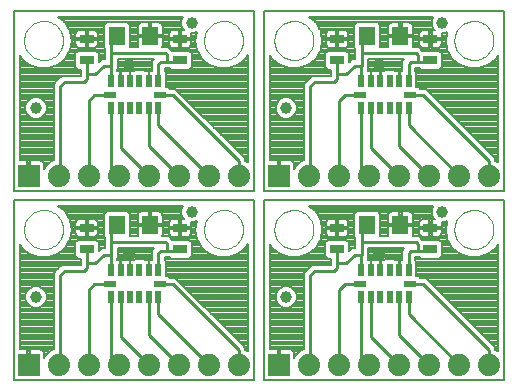
<source format=gtl>
G75*
%MOIN*%
%OFA0B0*%
%FSLAX24Y24*%
%IPPOS*%
%LPD*%
%AMOC8*
5,1,8,0,0,1.08239X$1,22.5*
%
%ADD10C,0.0080*%
%ADD11R,0.0740X0.0740*%
%ADD12C,0.0740*%
%ADD13R,0.0472X0.0315*%
%ADD14R,0.0551X0.0630*%
%ADD15C,0.0000*%
%ADD16R,0.0197X0.0442*%
%ADD17R,0.0442X0.0197*%
%ADD18C,0.0394*%
%ADD19C,0.0400*%
%ADD20C,0.0100*%
D10*
X000330Y000140D02*
X000330Y006140D01*
X008330Y006140D01*
X008330Y000140D01*
X000330Y000140D01*
X000790Y000680D02*
X000790Y001150D01*
X000530Y001150D01*
X000530Y004666D01*
X000607Y004533D01*
X000858Y004322D01*
X001166Y004210D01*
X001494Y004210D01*
X001802Y004322D01*
X001802Y004322D01*
X002053Y004533D01*
X002053Y004533D01*
X002217Y004817D01*
X002274Y005140D01*
X002217Y005463D01*
X002053Y005747D01*
X001823Y005940D01*
X005977Y005940D01*
X005923Y005811D01*
X005923Y005669D01*
X005977Y005538D01*
X006024Y005492D01*
X005919Y005492D01*
X005919Y005233D01*
X006256Y005233D01*
X006256Y005370D01*
X006253Y005383D01*
X006351Y005383D01*
X006435Y005418D01*
X006386Y005140D01*
X006443Y004817D01*
X006607Y004533D01*
X006858Y004322D01*
X007166Y004210D01*
X007494Y004210D01*
X007802Y004322D01*
X007802Y004322D01*
X008053Y004533D01*
X008053Y004533D01*
X008130Y004666D01*
X008130Y001089D01*
X008040Y001127D01*
X008040Y001227D01*
X005727Y003540D01*
X005553Y003540D01*
X005533Y003540D01*
X005484Y003588D01*
X005416Y003588D01*
X005416Y004066D01*
X005367Y004114D01*
X005367Y004230D01*
X005516Y004230D01*
X005578Y004168D01*
X006182Y004168D01*
X006276Y004262D01*
X006276Y004709D01*
X006182Y004803D01*
X005614Y004803D01*
X005537Y004880D01*
X005487Y004930D01*
X005290Y004930D01*
X005297Y004957D01*
X005297Y005250D01*
X004921Y005250D01*
X004921Y005330D01*
X004841Y005330D01*
X004841Y005250D01*
X004466Y005250D01*
X004466Y004957D01*
X004473Y004930D01*
X004214Y004930D01*
X004214Y005671D01*
X004121Y005765D01*
X003437Y005765D01*
X003343Y005671D01*
X003343Y004909D01*
X003380Y004872D01*
X003380Y004510D01*
X003263Y004510D01*
X003166Y004413D01*
X003166Y004709D01*
X003072Y004803D01*
X002468Y004803D01*
X002374Y004709D01*
X002374Y004262D01*
X002468Y004168D01*
X002570Y004168D01*
X002570Y003970D01*
X001943Y003970D01*
X001820Y003847D01*
X001820Y003847D01*
X001793Y003820D01*
X001670Y003697D01*
X001670Y001147D01*
X001530Y001089D01*
X001381Y000940D01*
X001340Y000842D01*
X001340Y001028D01*
X001330Y001064D01*
X001312Y001096D01*
X001286Y001122D01*
X001254Y001140D01*
X001218Y001150D01*
X000870Y001150D01*
X000870Y000680D01*
X000790Y000680D01*
X000790Y000690D02*
X000870Y000690D01*
X000870Y000768D02*
X000790Y000768D01*
X000790Y000847D02*
X000870Y000847D01*
X000870Y000925D02*
X000790Y000925D01*
X000790Y001004D02*
X000870Y001004D01*
X000870Y001082D02*
X000790Y001082D01*
X000530Y001161D02*
X001670Y001161D01*
X001670Y001239D02*
X000530Y001239D01*
X000530Y001318D02*
X001670Y001318D01*
X001670Y001396D02*
X000530Y001396D01*
X000530Y001475D02*
X001670Y001475D01*
X001670Y001553D02*
X000530Y001553D01*
X000530Y001632D02*
X001670Y001632D01*
X001670Y001710D02*
X000530Y001710D01*
X000530Y001789D02*
X001670Y001789D01*
X001670Y001867D02*
X000530Y001867D01*
X000530Y001946D02*
X001670Y001946D01*
X001670Y002024D02*
X000530Y002024D01*
X000530Y002103D02*
X001670Y002103D01*
X001670Y002181D02*
X000530Y002181D01*
X000530Y002260D02*
X001670Y002260D01*
X001670Y002338D02*
X000530Y002338D01*
X000530Y002417D02*
X001670Y002417D01*
X001670Y002495D02*
X000530Y002495D01*
X000530Y002574D02*
X000912Y002574D01*
X000878Y002587D02*
X001009Y002533D01*
X001151Y002533D01*
X001282Y002587D01*
X001383Y002688D01*
X001437Y002819D01*
X001437Y002961D01*
X001383Y003092D01*
X001282Y003193D01*
X001151Y003247D01*
X001009Y003247D01*
X000878Y003193D01*
X000777Y003092D01*
X000723Y002961D01*
X000723Y002819D01*
X000777Y002688D01*
X000878Y002587D01*
X000813Y002652D02*
X000530Y002652D01*
X000530Y002731D02*
X000760Y002731D01*
X000727Y002809D02*
X000530Y002809D01*
X000530Y002888D02*
X000723Y002888D01*
X000725Y002966D02*
X000530Y002966D01*
X000530Y003045D02*
X000758Y003045D01*
X000808Y003123D02*
X000530Y003123D01*
X000530Y003202D02*
X000900Y003202D01*
X001260Y003202D02*
X001670Y003202D01*
X001670Y003280D02*
X000530Y003280D01*
X000530Y003359D02*
X001670Y003359D01*
X001670Y003437D02*
X000530Y003437D01*
X000530Y003516D02*
X001670Y003516D01*
X001670Y003594D02*
X000530Y003594D01*
X000530Y003673D02*
X001670Y003673D01*
X001724Y003751D02*
X000530Y003751D01*
X000530Y003830D02*
X001803Y003830D01*
X001793Y003820D02*
X001793Y003820D01*
X001881Y003908D02*
X000530Y003908D01*
X000530Y003987D02*
X002570Y003987D01*
X002570Y004065D02*
X000530Y004065D01*
X000530Y004144D02*
X002570Y004144D01*
X002414Y004222D02*
X001527Y004222D01*
X001743Y004301D02*
X002374Y004301D01*
X002374Y004379D02*
X001870Y004379D01*
X001963Y004458D02*
X002374Y004458D01*
X002374Y004536D02*
X002055Y004536D01*
X002053Y004533D02*
X002053Y004533D01*
X002100Y004615D02*
X002374Y004615D01*
X002374Y004693D02*
X002146Y004693D01*
X002191Y004772D02*
X002436Y004772D01*
X002480Y004906D02*
X002515Y004897D01*
X002731Y004897D01*
X002731Y005156D01*
X002394Y005156D01*
X002394Y005018D01*
X002403Y004983D01*
X002422Y004951D01*
X002448Y004925D01*
X002480Y004906D01*
X002444Y004929D02*
X002237Y004929D01*
X002251Y005007D02*
X002397Y005007D01*
X002394Y005086D02*
X002265Y005086D01*
X002274Y005140D02*
X002274Y005140D01*
X002270Y005164D02*
X002731Y005164D01*
X002731Y005156D02*
X002731Y005233D01*
X002394Y005233D01*
X002394Y005370D01*
X002403Y005406D01*
X002422Y005438D01*
X002448Y005464D01*
X002480Y005482D01*
X002515Y005492D01*
X002731Y005492D01*
X002731Y005233D01*
X002809Y005233D01*
X003146Y005233D01*
X003146Y005370D01*
X003137Y005406D01*
X003118Y005438D01*
X003092Y005464D01*
X003060Y005482D01*
X003025Y005492D01*
X002809Y005492D01*
X002809Y005233D01*
X002809Y005156D01*
X003146Y005156D01*
X003146Y005018D01*
X003137Y004983D01*
X003118Y004951D01*
X003092Y004925D01*
X003060Y004906D01*
X003025Y004897D01*
X002809Y004897D01*
X002809Y005156D01*
X002731Y005156D01*
X002731Y005086D02*
X002809Y005086D01*
X002809Y005164D02*
X003343Y005164D01*
X003343Y005086D02*
X003146Y005086D01*
X003143Y005007D02*
X003343Y005007D01*
X003343Y004929D02*
X003096Y004929D01*
X003104Y004772D02*
X003380Y004772D01*
X003380Y004850D02*
X002223Y004850D01*
X002217Y004817D02*
X002217Y004817D01*
X002256Y005243D02*
X002394Y005243D01*
X002394Y005321D02*
X002242Y005321D01*
X002229Y005400D02*
X002402Y005400D01*
X002472Y005478D02*
X002209Y005478D01*
X002217Y005463D02*
X002217Y005463D01*
X002163Y005557D02*
X003343Y005557D01*
X003343Y005635D02*
X002118Y005635D01*
X002073Y005714D02*
X003386Y005714D01*
X003343Y005478D02*
X003068Y005478D01*
X003138Y005400D02*
X003343Y005400D01*
X003343Y005321D02*
X003146Y005321D01*
X003146Y005243D02*
X003343Y005243D01*
X002809Y005243D02*
X002731Y005243D01*
X002731Y005321D02*
X002809Y005321D01*
X002809Y005400D02*
X002731Y005400D01*
X002731Y005478D02*
X002809Y005478D01*
X002809Y005007D02*
X002731Y005007D01*
X002731Y004929D02*
X002809Y004929D01*
X003166Y004693D02*
X003380Y004693D01*
X003380Y004615D02*
X003166Y004615D01*
X003166Y004536D02*
X003380Y004536D01*
X003211Y004458D02*
X003166Y004458D01*
X003800Y004458D02*
X004961Y004458D01*
X004947Y004444D02*
X004947Y004139D01*
X004852Y004139D01*
X004852Y003787D01*
X004833Y003787D01*
X004833Y004139D01*
X004726Y004139D01*
X004715Y004136D01*
X004692Y004159D01*
X004363Y004159D01*
X004340Y004136D01*
X004329Y004139D01*
X004222Y004139D01*
X004222Y003855D01*
X004203Y003873D01*
X004203Y004139D01*
X004096Y004139D01*
X004060Y004130D01*
X004055Y004127D01*
X004050Y004130D01*
X004014Y004139D01*
X003907Y004139D01*
X003907Y003863D01*
X003888Y003845D01*
X003888Y004139D01*
X003793Y004139D01*
X003793Y004196D01*
X003800Y004203D01*
X003800Y004510D01*
X005013Y004510D01*
X004947Y004444D01*
X004947Y004379D02*
X003800Y004379D01*
X003800Y004301D02*
X004947Y004301D01*
X004947Y004222D02*
X003800Y004222D01*
X003793Y004144D02*
X004347Y004144D01*
X004222Y004065D02*
X004203Y004065D01*
X004203Y003987D02*
X004222Y003987D01*
X004222Y003908D02*
X004203Y003908D01*
X003907Y003908D02*
X003888Y003908D01*
X003888Y003987D02*
X003907Y003987D01*
X003907Y004065D02*
X003888Y004065D01*
X004708Y004144D02*
X004947Y004144D01*
X004852Y004065D02*
X004833Y004065D01*
X004833Y003987D02*
X004852Y003987D01*
X004852Y003908D02*
X004833Y003908D01*
X004833Y003830D02*
X004852Y003830D01*
X005416Y003830D02*
X008130Y003830D01*
X008130Y003908D02*
X005416Y003908D01*
X005416Y003987D02*
X008130Y003987D01*
X008130Y004065D02*
X005416Y004065D01*
X005367Y004144D02*
X008130Y004144D01*
X008130Y004222D02*
X007527Y004222D01*
X007743Y004301D02*
X008130Y004301D01*
X008130Y004379D02*
X007870Y004379D01*
X007963Y004458D02*
X008130Y004458D01*
X008130Y004536D02*
X008055Y004536D01*
X008053Y004533D02*
X008053Y004533D01*
X008100Y004615D02*
X008130Y004615D01*
X008876Y004615D02*
X008906Y004615D01*
X008876Y004666D02*
X008953Y004533D01*
X009204Y004322D01*
X009204Y004322D01*
X009512Y004210D01*
X009840Y004210D01*
X010149Y004322D01*
X010400Y004533D01*
X010564Y004817D01*
X010621Y005140D01*
X010564Y005463D01*
X010400Y005747D01*
X010170Y005940D01*
X014323Y005940D01*
X014270Y005811D01*
X014270Y005669D01*
X014324Y005538D01*
X014370Y005492D01*
X014265Y005492D01*
X014265Y005233D01*
X014188Y005233D01*
X014188Y005492D01*
X013972Y005492D01*
X013936Y005482D01*
X013904Y005464D01*
X013878Y005438D01*
X013860Y005406D01*
X013850Y005370D01*
X013850Y005233D01*
X014188Y005233D01*
X014188Y005156D01*
X013850Y005156D01*
X013850Y005018D01*
X013860Y004983D01*
X013878Y004951D01*
X013904Y004925D01*
X013936Y004906D01*
X013972Y004897D01*
X014188Y004897D01*
X014188Y005156D01*
X014265Y005156D01*
X014265Y005233D01*
X014603Y005233D01*
X014603Y005370D01*
X014599Y005383D01*
X014697Y005383D01*
X014781Y005418D01*
X014732Y005140D01*
X014789Y004817D01*
X014953Y004533D01*
X015204Y004322D01*
X015204Y004322D01*
X015512Y004210D01*
X015840Y004210D01*
X016149Y004322D01*
X016400Y004533D01*
X016476Y004666D01*
X016476Y001089D01*
X016386Y001127D01*
X016386Y001227D01*
X014073Y003540D01*
X013899Y003540D01*
X013879Y003540D01*
X013831Y003588D01*
X013762Y003588D01*
X013762Y004066D01*
X013714Y004114D01*
X013714Y004230D01*
X013862Y004230D01*
X013924Y004168D01*
X014529Y004168D01*
X014623Y004262D01*
X014623Y004709D01*
X014529Y004803D01*
X013960Y004803D01*
X013833Y004930D01*
X013636Y004930D01*
X013643Y004957D01*
X013643Y005250D01*
X013268Y005250D01*
X013268Y005330D01*
X013643Y005330D01*
X013643Y005623D01*
X013634Y005659D01*
X013615Y005691D01*
X013589Y005717D01*
X013557Y005735D01*
X013522Y005745D01*
X013268Y005745D01*
X013268Y005330D01*
X013188Y005330D01*
X013188Y005745D01*
X012934Y005745D01*
X012898Y005735D01*
X012866Y005717D01*
X012840Y005691D01*
X012822Y005659D01*
X012812Y005623D01*
X012812Y005330D01*
X013188Y005330D01*
X013188Y005250D01*
X012812Y005250D01*
X012812Y004957D01*
X012819Y004930D01*
X012561Y004930D01*
X012561Y005671D01*
X012467Y005765D01*
X011783Y005765D01*
X011690Y005671D01*
X011690Y004909D01*
X011726Y004872D01*
X011726Y004510D01*
X011609Y004510D01*
X011513Y004413D01*
X011513Y004709D01*
X011419Y004803D01*
X010814Y004803D01*
X010720Y004709D01*
X010720Y004262D01*
X010814Y004168D01*
X010916Y004168D01*
X010916Y003970D01*
X010289Y003970D01*
X010166Y003847D01*
X010139Y003820D01*
X010016Y003697D01*
X010016Y001147D01*
X009876Y001089D01*
X009727Y000940D01*
X009686Y000842D01*
X009686Y001028D01*
X009677Y001064D01*
X009658Y001096D01*
X009632Y001122D01*
X009600Y001140D01*
X009565Y001150D01*
X009216Y001150D01*
X009216Y000680D01*
X009136Y000680D01*
X009136Y001150D01*
X008876Y001150D01*
X008876Y004666D01*
X008876Y004536D02*
X008951Y004536D01*
X008953Y004533D02*
X008953Y004533D01*
X008876Y004458D02*
X009043Y004458D01*
X009137Y004379D02*
X008876Y004379D01*
X008876Y004301D02*
X009264Y004301D01*
X009479Y004222D02*
X008876Y004222D01*
X008876Y004144D02*
X010916Y004144D01*
X010916Y004065D02*
X008876Y004065D01*
X008876Y003987D02*
X010916Y003987D01*
X010760Y004222D02*
X009873Y004222D01*
X010089Y004301D02*
X010720Y004301D01*
X010720Y004379D02*
X010216Y004379D01*
X010149Y004322D02*
X010149Y004322D01*
X010310Y004458D02*
X010720Y004458D01*
X010720Y004536D02*
X010402Y004536D01*
X010400Y004533D02*
X010400Y004533D01*
X010400Y004533D01*
X010447Y004615D02*
X010720Y004615D01*
X010720Y004693D02*
X010492Y004693D01*
X010538Y004772D02*
X010782Y004772D01*
X010826Y004906D02*
X010862Y004897D01*
X011078Y004897D01*
X011078Y005156D01*
X010740Y005156D01*
X010740Y005018D01*
X010750Y004983D01*
X010768Y004951D01*
X010794Y004925D01*
X010826Y004906D01*
X010791Y004929D02*
X010584Y004929D01*
X010597Y005007D02*
X010743Y005007D01*
X010740Y005086D02*
X010611Y005086D01*
X010621Y005140D02*
X010621Y005140D01*
X010617Y005164D02*
X011078Y005164D01*
X011078Y005156D02*
X011078Y005233D01*
X011078Y005492D01*
X010862Y005492D01*
X010826Y005482D01*
X010794Y005464D01*
X010768Y005438D01*
X010750Y005406D01*
X010740Y005370D01*
X010740Y005233D01*
X011078Y005233D01*
X011155Y005233D01*
X011155Y005492D01*
X011371Y005492D01*
X011407Y005482D01*
X011439Y005464D01*
X011465Y005438D01*
X011483Y005406D01*
X011493Y005370D01*
X011493Y005233D01*
X011155Y005233D01*
X011155Y005156D01*
X011493Y005156D01*
X011493Y005018D01*
X011483Y004983D01*
X011465Y004951D01*
X011439Y004925D01*
X011407Y004906D01*
X011371Y004897D01*
X011155Y004897D01*
X011155Y005156D01*
X011078Y005156D01*
X011078Y005086D02*
X011155Y005086D01*
X011155Y005164D02*
X011690Y005164D01*
X011690Y005086D02*
X011493Y005086D01*
X011490Y005007D02*
X011690Y005007D01*
X011690Y004929D02*
X011442Y004929D01*
X011451Y004772D02*
X011726Y004772D01*
X011726Y004850D02*
X010570Y004850D01*
X010564Y004817D02*
X010564Y004817D01*
X010603Y005243D02*
X010740Y005243D01*
X010740Y005321D02*
X010589Y005321D01*
X010575Y005400D02*
X010748Y005400D01*
X010819Y005478D02*
X010555Y005478D01*
X010564Y005463D02*
X010564Y005463D01*
X010510Y005557D02*
X011690Y005557D01*
X011690Y005635D02*
X010465Y005635D01*
X010419Y005714D02*
X011732Y005714D01*
X011690Y005478D02*
X011414Y005478D01*
X011485Y005400D02*
X011690Y005400D01*
X011690Y005321D02*
X011493Y005321D01*
X011493Y005243D02*
X011690Y005243D01*
X011155Y005243D02*
X011078Y005243D01*
X011078Y005321D02*
X011155Y005321D01*
X011155Y005400D02*
X011078Y005400D01*
X011078Y005478D02*
X011155Y005478D01*
X011155Y005007D02*
X011078Y005007D01*
X011078Y004929D02*
X011155Y004929D01*
X011513Y004693D02*
X011726Y004693D01*
X011726Y004615D02*
X011513Y004615D01*
X011513Y004536D02*
X011726Y004536D01*
X011557Y004458D02*
X011513Y004458D01*
X012146Y004458D02*
X013307Y004458D01*
X013294Y004444D02*
X013294Y004139D01*
X013198Y004139D01*
X013198Y003787D01*
X013180Y003787D01*
X013180Y004139D01*
X013072Y004139D01*
X013061Y004136D01*
X013039Y004159D01*
X012709Y004159D01*
X012686Y004136D01*
X012676Y004139D01*
X012568Y004139D01*
X012568Y003855D01*
X012550Y003873D01*
X012550Y004139D01*
X012442Y004139D01*
X012407Y004130D01*
X012401Y004127D01*
X012396Y004130D01*
X012361Y004139D01*
X012253Y004139D01*
X012253Y003863D01*
X012235Y003845D01*
X012235Y004139D01*
X012139Y004139D01*
X012139Y004196D01*
X012146Y004203D01*
X012146Y004510D01*
X013359Y004510D01*
X013294Y004444D01*
X013294Y004379D02*
X012146Y004379D01*
X012146Y004301D02*
X013294Y004301D01*
X013294Y004222D02*
X012146Y004222D01*
X012139Y004144D02*
X012693Y004144D01*
X012568Y004065D02*
X012550Y004065D01*
X012550Y003987D02*
X012568Y003987D01*
X012568Y003908D02*
X012550Y003908D01*
X012253Y003908D02*
X012235Y003908D01*
X012235Y003987D02*
X012253Y003987D01*
X012253Y004065D02*
X012235Y004065D01*
X013054Y004144D02*
X013294Y004144D01*
X013198Y004065D02*
X013180Y004065D01*
X013180Y003987D02*
X013198Y003987D01*
X013198Y003908D02*
X013180Y003908D01*
X013180Y003830D02*
X013198Y003830D01*
X013762Y003830D02*
X016476Y003830D01*
X016476Y003908D02*
X013762Y003908D01*
X013762Y003987D02*
X016476Y003987D01*
X016476Y004065D02*
X013762Y004065D01*
X013714Y004144D02*
X016476Y004144D01*
X016476Y004222D02*
X015873Y004222D01*
X016089Y004301D02*
X016476Y004301D01*
X016476Y004379D02*
X016216Y004379D01*
X016149Y004322D02*
X016149Y004322D01*
X016310Y004458D02*
X016476Y004458D01*
X016476Y004536D02*
X016402Y004536D01*
X016400Y004533D02*
X016400Y004533D01*
X016400Y004533D01*
X016447Y004615D02*
X016476Y004615D01*
X015479Y004222D02*
X014583Y004222D01*
X014623Y004301D02*
X015264Y004301D01*
X015137Y004379D02*
X014623Y004379D01*
X014623Y004458D02*
X015043Y004458D01*
X014953Y004533D02*
X014953Y004533D01*
X014951Y004536D02*
X014623Y004536D01*
X014623Y004615D02*
X014906Y004615D01*
X014861Y004693D02*
X014623Y004693D01*
X014561Y004772D02*
X014815Y004772D01*
X014789Y004817D02*
X014789Y004817D01*
X014783Y004850D02*
X013913Y004850D01*
X013901Y004929D02*
X013835Y004929D01*
X013853Y005007D02*
X013643Y005007D01*
X013643Y005086D02*
X013850Y005086D01*
X013850Y005243D02*
X013643Y005243D01*
X013643Y005164D02*
X014188Y005164D01*
X014265Y005164D02*
X014736Y005164D01*
X014732Y005140D02*
X014732Y005140D01*
X014742Y005086D02*
X014603Y005086D01*
X014603Y005018D02*
X014603Y005156D01*
X014265Y005156D01*
X014265Y004897D01*
X014481Y004897D01*
X014517Y004906D01*
X014549Y004925D01*
X014575Y004951D01*
X014593Y004983D01*
X014603Y005018D01*
X014600Y005007D02*
X014756Y005007D01*
X014769Y004929D02*
X014552Y004929D01*
X014265Y004929D02*
X014188Y004929D01*
X014188Y005007D02*
X014265Y005007D01*
X014265Y005086D02*
X014188Y005086D01*
X014188Y005243D02*
X014265Y005243D01*
X014265Y005321D02*
X014188Y005321D01*
X014188Y005400D02*
X014265Y005400D01*
X014265Y005478D02*
X014188Y005478D01*
X014316Y005557D02*
X013643Y005557D01*
X013640Y005635D02*
X014284Y005635D01*
X014270Y005714D02*
X013593Y005714D01*
X013643Y005478D02*
X013929Y005478D01*
X013858Y005400D02*
X013643Y005400D01*
X013850Y005321D02*
X013268Y005321D01*
X013268Y005400D02*
X013188Y005400D01*
X013188Y005478D02*
X013268Y005478D01*
X013268Y005557D02*
X013188Y005557D01*
X013188Y005635D02*
X013268Y005635D01*
X013268Y005714D02*
X013188Y005714D01*
X012863Y005714D02*
X012519Y005714D01*
X012561Y005635D02*
X012815Y005635D01*
X012812Y005557D02*
X012561Y005557D01*
X012561Y005478D02*
X012812Y005478D01*
X012812Y005400D02*
X012561Y005400D01*
X012561Y005321D02*
X013188Y005321D01*
X012812Y005243D02*
X012561Y005243D01*
X012561Y005164D02*
X012812Y005164D01*
X012812Y005086D02*
X012561Y005086D01*
X012561Y005007D02*
X012812Y005007D01*
X013714Y004222D02*
X013870Y004222D01*
X013762Y003751D02*
X016476Y003751D01*
X016476Y003673D02*
X013762Y003673D01*
X013762Y003594D02*
X016476Y003594D01*
X016476Y003516D02*
X014098Y003516D01*
X014176Y003437D02*
X016476Y003437D01*
X016476Y003359D02*
X014255Y003359D01*
X014333Y003280D02*
X016476Y003280D01*
X016476Y003202D02*
X014412Y003202D01*
X014490Y003123D02*
X016476Y003123D01*
X016476Y003045D02*
X014569Y003045D01*
X014647Y002966D02*
X016476Y002966D01*
X016476Y002888D02*
X014726Y002888D01*
X014804Y002809D02*
X016476Y002809D01*
X016476Y002731D02*
X014883Y002731D01*
X014961Y002652D02*
X016476Y002652D01*
X016476Y002574D02*
X015040Y002574D01*
X015118Y002495D02*
X016476Y002495D01*
X016476Y002417D02*
X015197Y002417D01*
X015275Y002338D02*
X016476Y002338D01*
X016476Y002260D02*
X015354Y002260D01*
X015432Y002181D02*
X016476Y002181D01*
X016476Y002103D02*
X015511Y002103D01*
X015589Y002024D02*
X016476Y002024D01*
X016476Y001946D02*
X015668Y001946D01*
X015746Y001867D02*
X016476Y001867D01*
X016476Y001789D02*
X015825Y001789D01*
X015903Y001710D02*
X016476Y001710D01*
X016476Y001632D02*
X015982Y001632D01*
X016060Y001553D02*
X016476Y001553D01*
X016476Y001475D02*
X016139Y001475D01*
X016217Y001396D02*
X016476Y001396D01*
X016476Y001318D02*
X016296Y001318D01*
X016374Y001239D02*
X016476Y001239D01*
X016476Y001161D02*
X016386Y001161D01*
X016676Y000140D02*
X016676Y006140D01*
X008676Y006140D01*
X008676Y000140D01*
X016676Y000140D01*
X010227Y003908D02*
X008876Y003908D01*
X008876Y003830D02*
X010149Y003830D01*
X010139Y003820D02*
X010139Y003820D01*
X010166Y003847D02*
X010166Y003847D01*
X010070Y003751D02*
X008876Y003751D01*
X008876Y003673D02*
X010016Y003673D01*
X010016Y003594D02*
X008876Y003594D01*
X008876Y003516D02*
X010016Y003516D01*
X010016Y003437D02*
X008876Y003437D01*
X008876Y003359D02*
X010016Y003359D01*
X010016Y003280D02*
X008876Y003280D01*
X008876Y003202D02*
X009246Y003202D01*
X009224Y003193D02*
X009124Y003092D01*
X009070Y002961D01*
X009070Y002819D01*
X009124Y002688D01*
X009224Y002587D01*
X009355Y002533D01*
X009497Y002533D01*
X009629Y002587D01*
X009729Y002688D01*
X009783Y002819D01*
X009783Y002961D01*
X009729Y003092D01*
X009629Y003193D01*
X009497Y003247D01*
X009355Y003247D01*
X009224Y003193D01*
X009155Y003123D02*
X008876Y003123D01*
X008876Y003045D02*
X009104Y003045D01*
X009072Y002966D02*
X008876Y002966D01*
X008876Y002888D02*
X009070Y002888D01*
X009074Y002809D02*
X008876Y002809D01*
X008876Y002731D02*
X009106Y002731D01*
X009160Y002652D02*
X008876Y002652D01*
X008876Y002574D02*
X009258Y002574D01*
X009595Y002574D02*
X010016Y002574D01*
X010016Y002652D02*
X009693Y002652D01*
X009747Y002731D02*
X010016Y002731D01*
X010016Y002809D02*
X009779Y002809D01*
X009783Y002888D02*
X010016Y002888D01*
X010016Y002966D02*
X009781Y002966D01*
X009749Y003045D02*
X010016Y003045D01*
X010016Y003123D02*
X009698Y003123D01*
X009607Y003202D02*
X010016Y003202D01*
X010016Y002495D02*
X008876Y002495D01*
X008876Y002417D02*
X010016Y002417D01*
X010016Y002338D02*
X008876Y002338D01*
X008876Y002260D02*
X010016Y002260D01*
X010016Y002181D02*
X008876Y002181D01*
X008876Y002103D02*
X010016Y002103D01*
X010016Y002024D02*
X008876Y002024D01*
X008876Y001946D02*
X010016Y001946D01*
X010016Y001867D02*
X008876Y001867D01*
X008876Y001789D02*
X010016Y001789D01*
X010016Y001710D02*
X008876Y001710D01*
X008876Y001632D02*
X010016Y001632D01*
X010016Y001553D02*
X008876Y001553D01*
X008876Y001475D02*
X010016Y001475D01*
X010016Y001396D02*
X008876Y001396D01*
X008876Y001318D02*
X010016Y001318D01*
X010016Y001239D02*
X008876Y001239D01*
X008876Y001161D02*
X010016Y001161D01*
X009869Y001082D02*
X009667Y001082D01*
X009686Y001004D02*
X009790Y001004D01*
X009721Y000925D02*
X009686Y000925D01*
X009686Y000847D02*
X009688Y000847D01*
X009216Y000847D02*
X009136Y000847D01*
X009136Y000925D02*
X009216Y000925D01*
X009216Y001004D02*
X009136Y001004D01*
X009136Y001082D02*
X009216Y001082D01*
X009216Y000768D02*
X009136Y000768D01*
X009136Y000690D02*
X009216Y000690D01*
X008130Y001161D02*
X008040Y001161D01*
X008028Y001239D02*
X008130Y001239D01*
X008130Y001318D02*
X007949Y001318D01*
X007871Y001396D02*
X008130Y001396D01*
X008130Y001475D02*
X007792Y001475D01*
X007714Y001553D02*
X008130Y001553D01*
X008130Y001632D02*
X007635Y001632D01*
X007557Y001710D02*
X008130Y001710D01*
X008130Y001789D02*
X007478Y001789D01*
X007400Y001867D02*
X008130Y001867D01*
X008130Y001946D02*
X007321Y001946D01*
X007243Y002024D02*
X008130Y002024D01*
X008130Y002103D02*
X007164Y002103D01*
X007086Y002181D02*
X008130Y002181D01*
X008130Y002260D02*
X007007Y002260D01*
X006929Y002338D02*
X008130Y002338D01*
X008130Y002417D02*
X006850Y002417D01*
X006772Y002495D02*
X008130Y002495D01*
X008130Y002574D02*
X006693Y002574D01*
X006615Y002652D02*
X008130Y002652D01*
X008130Y002731D02*
X006536Y002731D01*
X006458Y002809D02*
X008130Y002809D01*
X008130Y002888D02*
X006379Y002888D01*
X006301Y002966D02*
X008130Y002966D01*
X008130Y003045D02*
X006222Y003045D01*
X006144Y003123D02*
X008130Y003123D01*
X008130Y003202D02*
X006065Y003202D01*
X005987Y003280D02*
X008130Y003280D01*
X008130Y003359D02*
X005908Y003359D01*
X005830Y003437D02*
X008130Y003437D01*
X008130Y003516D02*
X005751Y003516D01*
X005416Y003594D02*
X008130Y003594D01*
X008130Y003673D02*
X005416Y003673D01*
X005416Y003751D02*
X008130Y003751D01*
X007133Y004222D02*
X006236Y004222D01*
X006276Y004301D02*
X006917Y004301D01*
X006858Y004322D02*
X006858Y004322D01*
X006790Y004379D02*
X006276Y004379D01*
X006276Y004458D02*
X006697Y004458D01*
X006607Y004533D02*
X006607Y004533D01*
X006605Y004536D02*
X006276Y004536D01*
X006276Y004615D02*
X006560Y004615D01*
X006514Y004693D02*
X006276Y004693D01*
X006214Y004772D02*
X006469Y004772D01*
X006443Y004817D02*
X006443Y004817D01*
X006437Y004850D02*
X005567Y004850D01*
X005590Y004906D02*
X005558Y004925D01*
X005532Y004951D01*
X005513Y004983D01*
X005504Y005018D01*
X005504Y005156D01*
X005841Y005156D01*
X005841Y005233D01*
X005504Y005233D01*
X005504Y005370D01*
X005513Y005406D01*
X005532Y005438D01*
X005558Y005464D01*
X005590Y005482D01*
X005625Y005492D01*
X005841Y005492D01*
X005841Y005233D01*
X005919Y005233D01*
X005919Y005156D01*
X006256Y005156D01*
X006256Y005018D01*
X006247Y004983D01*
X006228Y004951D01*
X006202Y004925D01*
X006170Y004906D01*
X006135Y004897D01*
X005919Y004897D01*
X005919Y005156D01*
X005841Y005156D01*
X005841Y004897D01*
X005625Y004897D01*
X005590Y004906D01*
X005554Y004929D02*
X005488Y004929D01*
X005507Y005007D02*
X005297Y005007D01*
X005297Y005086D02*
X005504Y005086D01*
X005504Y005243D02*
X005297Y005243D01*
X005297Y005164D02*
X005841Y005164D01*
X005919Y005164D02*
X006390Y005164D01*
X006386Y005140D02*
X006386Y005140D01*
X006395Y005086D02*
X006256Y005086D01*
X006253Y005007D02*
X006409Y005007D01*
X006423Y004929D02*
X006206Y004929D01*
X005919Y004929D02*
X005841Y004929D01*
X005841Y005007D02*
X005919Y005007D01*
X005919Y005086D02*
X005841Y005086D01*
X005841Y005243D02*
X005919Y005243D01*
X005919Y005321D02*
X005841Y005321D01*
X005841Y005400D02*
X005919Y005400D01*
X005919Y005478D02*
X005841Y005478D01*
X005970Y005557D02*
X005297Y005557D01*
X005297Y005623D02*
X005297Y005330D01*
X004921Y005330D01*
X004921Y005745D01*
X005175Y005745D01*
X005211Y005735D01*
X005243Y005717D01*
X005269Y005691D01*
X005287Y005659D01*
X005297Y005623D01*
X005294Y005635D02*
X005937Y005635D01*
X005923Y005714D02*
X005246Y005714D01*
X004921Y005714D02*
X004841Y005714D01*
X004841Y005745D02*
X004587Y005745D01*
X004552Y005735D01*
X004520Y005717D01*
X004494Y005691D01*
X004475Y005659D01*
X004466Y005623D01*
X004466Y005330D01*
X004841Y005330D01*
X004841Y005745D01*
X004841Y005635D02*
X004921Y005635D01*
X004921Y005557D02*
X004841Y005557D01*
X004841Y005478D02*
X004921Y005478D01*
X004921Y005400D02*
X004841Y005400D01*
X004841Y005321D02*
X004214Y005321D01*
X004214Y005243D02*
X004466Y005243D01*
X004466Y005164D02*
X004214Y005164D01*
X004214Y005086D02*
X004466Y005086D01*
X004466Y005007D02*
X004214Y005007D01*
X004214Y005400D02*
X004466Y005400D01*
X004466Y005478D02*
X004214Y005478D01*
X004214Y005557D02*
X004466Y005557D01*
X004469Y005635D02*
X004214Y005635D01*
X004172Y005714D02*
X004516Y005714D01*
X004921Y005321D02*
X005504Y005321D01*
X005512Y005400D02*
X005297Y005400D01*
X005297Y005478D02*
X005582Y005478D01*
X005923Y005792D02*
X002000Y005792D01*
X002053Y005747D02*
X002053Y005747D01*
X001906Y005871D02*
X005948Y005871D01*
X006256Y005321D02*
X006418Y005321D01*
X006431Y005400D02*
X006390Y005400D01*
X006404Y005243D02*
X006256Y005243D01*
X005524Y004222D02*
X005367Y004222D01*
X008330Y006439D02*
X008330Y012439D01*
X000330Y012439D01*
X000330Y006439D01*
X008330Y006439D01*
X008676Y006439D02*
X008676Y012439D01*
X016676Y012439D01*
X016676Y006439D01*
X008676Y006439D01*
X009136Y006979D02*
X009136Y007449D01*
X008876Y007449D01*
X008876Y010965D01*
X008953Y010832D01*
X009204Y010621D01*
X009204Y010621D01*
X009512Y010509D01*
X009840Y010509D01*
X010149Y010621D01*
X010400Y010832D01*
X010564Y011116D01*
X010564Y011116D01*
X010621Y011439D01*
X010621Y011439D01*
X010564Y011762D01*
X010564Y011762D01*
X010400Y012046D01*
X010400Y012046D01*
X010170Y012239D01*
X014323Y012239D01*
X014270Y012110D01*
X014270Y011968D01*
X014324Y011837D01*
X014370Y011791D01*
X014265Y011791D01*
X014265Y011532D01*
X014603Y011532D01*
X014603Y011669D01*
X014599Y011682D01*
X014697Y011682D01*
X014781Y011717D01*
X014732Y011439D01*
X014789Y011116D01*
X014953Y010832D01*
X015204Y010621D01*
X015204Y010621D01*
X015512Y010509D01*
X015840Y010509D01*
X016149Y010621D01*
X016400Y010832D01*
X016476Y010965D01*
X016476Y007389D01*
X016386Y007426D01*
X016386Y007526D01*
X014073Y009839D01*
X013899Y009839D01*
X013879Y009839D01*
X013831Y009888D01*
X013762Y009888D01*
X013762Y010365D01*
X013714Y010413D01*
X013714Y010529D01*
X013862Y010529D01*
X013924Y010467D01*
X014529Y010467D01*
X014623Y010561D01*
X014623Y011009D01*
X014529Y011102D01*
X013960Y011102D01*
X013883Y011179D01*
X013833Y011229D01*
X013636Y011229D01*
X013643Y011256D01*
X013643Y011549D01*
X013268Y011549D01*
X013268Y011629D01*
X013643Y011629D01*
X013643Y011923D01*
X013634Y011958D01*
X013615Y011990D01*
X013589Y012016D01*
X013557Y012035D01*
X013522Y012044D01*
X013268Y012044D01*
X013268Y011629D01*
X013188Y011629D01*
X013188Y012044D01*
X012934Y012044D01*
X012898Y012035D01*
X012866Y012016D01*
X012840Y011990D01*
X012822Y011958D01*
X012812Y011923D01*
X012812Y011629D01*
X013188Y011629D01*
X013188Y011549D01*
X012812Y011549D01*
X012812Y011256D01*
X012819Y011229D01*
X012561Y011229D01*
X012561Y011970D01*
X012467Y012064D01*
X011783Y012064D01*
X011690Y011970D01*
X011690Y011208D01*
X011726Y011171D01*
X011726Y010809D01*
X011609Y010809D01*
X011513Y010712D01*
X011513Y011009D01*
X011419Y011102D01*
X010814Y011102D01*
X010720Y011009D01*
X010720Y010561D01*
X010814Y010467D01*
X010916Y010467D01*
X010916Y010269D01*
X010289Y010269D01*
X010166Y010146D01*
X010139Y010119D01*
X010016Y009996D01*
X010016Y007447D01*
X009876Y007389D01*
X009727Y007239D01*
X009686Y007141D01*
X009686Y007328D01*
X009677Y007363D01*
X009658Y007395D01*
X009632Y007421D01*
X009600Y007440D01*
X009565Y007449D01*
X009216Y007449D01*
X009216Y006979D01*
X009136Y006979D01*
X009136Y007048D02*
X009216Y007048D01*
X009216Y007127D02*
X009136Y007127D01*
X009136Y007205D02*
X009216Y007205D01*
X009216Y007284D02*
X009136Y007284D01*
X009136Y007362D02*
X009216Y007362D01*
X009216Y007441D02*
X009136Y007441D01*
X008876Y007519D02*
X010016Y007519D01*
X010016Y007598D02*
X008876Y007598D01*
X008876Y007676D02*
X010016Y007676D01*
X010016Y007755D02*
X008876Y007755D01*
X008876Y007833D02*
X010016Y007833D01*
X010016Y007912D02*
X008876Y007912D01*
X008876Y007990D02*
X010016Y007990D01*
X010016Y008069D02*
X008876Y008069D01*
X008876Y008147D02*
X010016Y008147D01*
X010016Y008226D02*
X008876Y008226D01*
X008876Y008304D02*
X010016Y008304D01*
X010016Y008383D02*
X008876Y008383D01*
X008876Y008461D02*
X010016Y008461D01*
X010016Y008540D02*
X008876Y008540D01*
X008876Y008618D02*
X010016Y008618D01*
X010016Y008697D02*
X008876Y008697D01*
X008876Y008775D02*
X010016Y008775D01*
X010016Y008854D02*
X009549Y008854D01*
X009497Y008832D02*
X009629Y008887D01*
X009729Y008987D01*
X009783Y009118D01*
X009783Y009260D01*
X009729Y009391D01*
X009629Y009492D01*
X009497Y009546D01*
X009355Y009546D01*
X009224Y009492D01*
X009124Y009391D01*
X009070Y009260D01*
X009070Y009118D01*
X009124Y008987D01*
X009224Y008887D01*
X009355Y008832D01*
X009497Y008832D01*
X009674Y008932D02*
X010016Y008932D01*
X010016Y009011D02*
X009739Y009011D01*
X009771Y009089D02*
X010016Y009089D01*
X010016Y009168D02*
X009783Y009168D01*
X009783Y009246D02*
X010016Y009246D01*
X010016Y009325D02*
X009757Y009325D01*
X009717Y009403D02*
X010016Y009403D01*
X010016Y009482D02*
X009639Y009482D01*
X009214Y009482D02*
X008876Y009482D01*
X008876Y009560D02*
X010016Y009560D01*
X010016Y009639D02*
X008876Y009639D01*
X008876Y009717D02*
X010016Y009717D01*
X010016Y009796D02*
X008876Y009796D01*
X008876Y009874D02*
X010016Y009874D01*
X010016Y009953D02*
X008876Y009953D01*
X008876Y010031D02*
X010051Y010031D01*
X010130Y010110D02*
X008876Y010110D01*
X008876Y010188D02*
X010208Y010188D01*
X010166Y010146D02*
X010166Y010146D01*
X010139Y010119D02*
X010139Y010119D01*
X010287Y010267D02*
X008876Y010267D01*
X008876Y010345D02*
X010916Y010345D01*
X010916Y010424D02*
X008876Y010424D01*
X008876Y010502D02*
X010779Y010502D01*
X010720Y010581D02*
X010036Y010581D01*
X010149Y010621D02*
X010149Y010621D01*
X010193Y010659D02*
X010720Y010659D01*
X010720Y010738D02*
X010287Y010738D01*
X010381Y010816D02*
X010720Y010816D01*
X010720Y010895D02*
X010436Y010895D01*
X010400Y010832D02*
X010400Y010832D01*
X010400Y010832D01*
X010481Y010973D02*
X010720Y010973D01*
X010763Y011052D02*
X010526Y011052D01*
X010566Y011130D02*
X011726Y011130D01*
X011726Y011052D02*
X011470Y011052D01*
X011513Y010973D02*
X011726Y010973D01*
X011726Y010895D02*
X011513Y010895D01*
X011513Y010816D02*
X011726Y010816D01*
X011538Y010738D02*
X011513Y010738D01*
X012146Y010738D02*
X013294Y010738D01*
X013294Y010744D02*
X013294Y010439D01*
X013198Y010439D01*
X013198Y010087D01*
X013180Y010087D01*
X013180Y010439D01*
X013072Y010439D01*
X013061Y010436D01*
X013039Y010459D01*
X012709Y010459D01*
X012686Y010436D01*
X012676Y010439D01*
X012568Y010439D01*
X012568Y010154D01*
X012550Y010172D01*
X012550Y010439D01*
X012442Y010439D01*
X012407Y010429D01*
X012401Y010426D01*
X012396Y010429D01*
X012361Y010439D01*
X012253Y010439D01*
X012253Y010162D01*
X012235Y010144D01*
X012235Y010439D01*
X012139Y010439D01*
X012139Y010495D01*
X012146Y010502D01*
X013294Y010502D01*
X013294Y010581D02*
X012146Y010581D01*
X012146Y010659D02*
X013294Y010659D01*
X013294Y010744D02*
X013359Y010809D01*
X012146Y010809D01*
X012146Y010502D01*
X012235Y010424D02*
X012253Y010424D01*
X012253Y010345D02*
X012235Y010345D01*
X012235Y010267D02*
X012253Y010267D01*
X012253Y010188D02*
X012235Y010188D01*
X012550Y010188D02*
X012568Y010188D01*
X012568Y010267D02*
X012550Y010267D01*
X012550Y010345D02*
X012568Y010345D01*
X012568Y010424D02*
X012550Y010424D01*
X013180Y010424D02*
X013198Y010424D01*
X013198Y010345D02*
X013180Y010345D01*
X013180Y010267D02*
X013198Y010267D01*
X013198Y010188D02*
X013180Y010188D01*
X013180Y010110D02*
X013198Y010110D01*
X013762Y010110D02*
X016476Y010110D01*
X016476Y010188D02*
X013762Y010188D01*
X013762Y010267D02*
X016476Y010267D01*
X016476Y010345D02*
X013762Y010345D01*
X013714Y010424D02*
X016476Y010424D01*
X016476Y010502D02*
X014564Y010502D01*
X014623Y010581D02*
X015317Y010581D01*
X015159Y010659D02*
X014623Y010659D01*
X014623Y010738D02*
X015066Y010738D01*
X014972Y010816D02*
X014623Y010816D01*
X014623Y010895D02*
X014917Y010895D01*
X014953Y010832D02*
X014953Y010832D01*
X014872Y010973D02*
X014623Y010973D01*
X014580Y011052D02*
X014826Y011052D01*
X014789Y011116D02*
X014789Y011116D01*
X014787Y011130D02*
X013933Y011130D01*
X013883Y011179D02*
X013883Y011179D01*
X013854Y011209D02*
X013931Y011209D01*
X013936Y011206D02*
X013972Y011196D01*
X014188Y011196D01*
X014188Y011455D01*
X014265Y011455D01*
X014265Y011532D01*
X014188Y011532D01*
X014188Y011455D01*
X013850Y011455D01*
X013850Y011318D01*
X013860Y011282D01*
X013878Y011250D01*
X013904Y011224D01*
X013936Y011206D01*
X013858Y011287D02*
X013643Y011287D01*
X013643Y011366D02*
X013850Y011366D01*
X013850Y011444D02*
X013643Y011444D01*
X013643Y011523D02*
X014188Y011523D01*
X014188Y011532D02*
X013850Y011532D01*
X013850Y011669D01*
X013860Y011705D01*
X013878Y011737D01*
X013904Y011763D01*
X013936Y011781D01*
X013972Y011791D01*
X014188Y011791D01*
X014188Y011532D01*
X014188Y011601D02*
X014265Y011601D01*
X014265Y011523D02*
X014747Y011523D01*
X014761Y011601D02*
X014603Y011601D01*
X014600Y011680D02*
X014774Y011680D01*
X014733Y011444D02*
X014603Y011444D01*
X014603Y011455D02*
X014265Y011455D01*
X014265Y011196D01*
X014481Y011196D01*
X014517Y011206D01*
X014549Y011224D01*
X014575Y011250D01*
X014593Y011282D01*
X014603Y011318D01*
X014603Y011455D01*
X014603Y011366D02*
X014745Y011366D01*
X014732Y011439D02*
X014732Y011439D01*
X014759Y011287D02*
X014594Y011287D01*
X014522Y011209D02*
X014773Y011209D01*
X014265Y011209D02*
X014188Y011209D01*
X014188Y011287D02*
X014265Y011287D01*
X014265Y011366D02*
X014188Y011366D01*
X014188Y011444D02*
X014265Y011444D01*
X014265Y011680D02*
X014188Y011680D01*
X014188Y011758D02*
X014265Y011758D01*
X014324Y011837D02*
X013643Y011837D01*
X013643Y011915D02*
X014292Y011915D01*
X014270Y011994D02*
X013612Y011994D01*
X013643Y011758D02*
X013899Y011758D01*
X013853Y011680D02*
X013643Y011680D01*
X013850Y011601D02*
X013268Y011601D01*
X013268Y011680D02*
X013188Y011680D01*
X013188Y011758D02*
X013268Y011758D01*
X013268Y011837D02*
X013188Y011837D01*
X013188Y011915D02*
X013268Y011915D01*
X013268Y011994D02*
X013188Y011994D01*
X012843Y011994D02*
X012538Y011994D01*
X012561Y011915D02*
X012812Y011915D01*
X012812Y011837D02*
X012561Y011837D01*
X012561Y011758D02*
X012812Y011758D01*
X012812Y011680D02*
X012561Y011680D01*
X012561Y011601D02*
X013188Y011601D01*
X012812Y011523D02*
X012561Y011523D01*
X012561Y011444D02*
X012812Y011444D01*
X012812Y011366D02*
X012561Y011366D01*
X012561Y011287D02*
X012812Y011287D01*
X011690Y011287D02*
X011484Y011287D01*
X011483Y011282D02*
X011493Y011318D01*
X011493Y011455D01*
X011155Y011455D01*
X011155Y011532D01*
X011493Y011532D01*
X011493Y011669D01*
X011483Y011705D01*
X011465Y011737D01*
X011439Y011763D01*
X011407Y011781D01*
X011371Y011791D01*
X011155Y011791D01*
X011155Y011532D01*
X011078Y011532D01*
X011078Y011791D01*
X010862Y011791D01*
X010826Y011781D01*
X010794Y011763D01*
X010768Y011737D01*
X010750Y011705D01*
X010740Y011669D01*
X010740Y011532D01*
X011078Y011532D01*
X011078Y011455D01*
X011155Y011455D01*
X011155Y011196D01*
X011371Y011196D01*
X011407Y011206D01*
X011439Y011224D01*
X011465Y011250D01*
X011483Y011282D01*
X011493Y011366D02*
X011690Y011366D01*
X011690Y011444D02*
X011493Y011444D01*
X011493Y011601D02*
X011690Y011601D01*
X011690Y011523D02*
X011155Y011523D01*
X011078Y011523D02*
X010606Y011523D01*
X010592Y011601D02*
X010740Y011601D01*
X010743Y011680D02*
X010578Y011680D01*
X010565Y011758D02*
X010789Y011758D01*
X010521Y011837D02*
X011690Y011837D01*
X011690Y011915D02*
X010476Y011915D01*
X010430Y011994D02*
X011713Y011994D01*
X011690Y011758D02*
X011444Y011758D01*
X011490Y011680D02*
X011690Y011680D01*
X011690Y011209D02*
X011412Y011209D01*
X011155Y011209D02*
X011078Y011209D01*
X011078Y011196D02*
X011078Y011455D01*
X010740Y011455D01*
X010740Y011318D01*
X010750Y011282D01*
X010768Y011250D01*
X010794Y011224D01*
X010826Y011206D01*
X010862Y011196D01*
X011078Y011196D01*
X011078Y011287D02*
X011155Y011287D01*
X011155Y011366D02*
X011078Y011366D01*
X011078Y011444D02*
X011155Y011444D01*
X011155Y011601D02*
X011078Y011601D01*
X011078Y011680D02*
X011155Y011680D01*
X011155Y011758D02*
X011078Y011758D01*
X010740Y011444D02*
X010620Y011444D01*
X010608Y011366D02*
X010740Y011366D01*
X010748Y011287D02*
X010594Y011287D01*
X010580Y011209D02*
X010821Y011209D01*
X010369Y012072D02*
X014270Y012072D01*
X014286Y012151D02*
X010276Y012151D01*
X010182Y012229D02*
X014319Y012229D01*
X016193Y010659D02*
X016476Y010659D01*
X016476Y010581D02*
X016036Y010581D01*
X016149Y010621D02*
X016149Y010621D01*
X016287Y010738D02*
X016476Y010738D01*
X016476Y010816D02*
X016381Y010816D01*
X016400Y010832D02*
X016400Y010832D01*
X016400Y010832D01*
X016436Y010895D02*
X016476Y010895D01*
X016476Y010031D02*
X013762Y010031D01*
X013762Y009953D02*
X016476Y009953D01*
X016476Y009874D02*
X013844Y009874D01*
X014117Y009796D02*
X016476Y009796D01*
X016476Y009717D02*
X014196Y009717D01*
X014274Y009639D02*
X016476Y009639D01*
X016476Y009560D02*
X014353Y009560D01*
X014431Y009482D02*
X016476Y009482D01*
X016476Y009403D02*
X014510Y009403D01*
X014588Y009325D02*
X016476Y009325D01*
X016476Y009246D02*
X014667Y009246D01*
X014745Y009168D02*
X016476Y009168D01*
X016476Y009089D02*
X014824Y009089D01*
X014902Y009011D02*
X016476Y009011D01*
X016476Y008932D02*
X014981Y008932D01*
X015059Y008854D02*
X016476Y008854D01*
X016476Y008775D02*
X015138Y008775D01*
X015216Y008697D02*
X016476Y008697D01*
X016476Y008618D02*
X015295Y008618D01*
X015373Y008540D02*
X016476Y008540D01*
X016476Y008461D02*
X015452Y008461D01*
X015530Y008383D02*
X016476Y008383D01*
X016476Y008304D02*
X015609Y008304D01*
X015687Y008226D02*
X016476Y008226D01*
X016476Y008147D02*
X015766Y008147D01*
X015844Y008069D02*
X016476Y008069D01*
X016476Y007990D02*
X015923Y007990D01*
X016001Y007912D02*
X016476Y007912D01*
X016476Y007833D02*
X016080Y007833D01*
X016158Y007755D02*
X016476Y007755D01*
X016476Y007676D02*
X016237Y007676D01*
X016315Y007598D02*
X016476Y007598D01*
X016476Y007519D02*
X016386Y007519D01*
X016386Y007441D02*
X016476Y007441D01*
X014294Y005871D02*
X010253Y005871D01*
X010346Y005792D02*
X014270Y005792D01*
X014603Y005321D02*
X014764Y005321D01*
X014750Y005243D02*
X014603Y005243D01*
X014737Y005400D02*
X014778Y005400D01*
X010400Y005747D02*
X010400Y005747D01*
X009713Y007205D02*
X009686Y007205D01*
X009686Y007284D02*
X009771Y007284D01*
X009850Y007362D02*
X009677Y007362D01*
X009597Y007441D02*
X010002Y007441D01*
X009304Y008854D02*
X008876Y008854D01*
X008876Y008932D02*
X009179Y008932D01*
X009114Y009011D02*
X008876Y009011D01*
X008876Y009089D02*
X009082Y009089D01*
X009070Y009168D02*
X008876Y009168D01*
X008876Y009246D02*
X009070Y009246D01*
X009096Y009325D02*
X008876Y009325D01*
X008876Y009403D02*
X009136Y009403D01*
X008130Y009403D02*
X006163Y009403D01*
X006085Y009482D02*
X008130Y009482D01*
X008130Y009560D02*
X006006Y009560D01*
X005928Y009639D02*
X008130Y009639D01*
X008130Y009717D02*
X005849Y009717D01*
X005771Y009796D02*
X008130Y009796D01*
X008130Y009874D02*
X005498Y009874D01*
X005484Y009888D02*
X005533Y009839D01*
X005553Y009839D01*
X005727Y009839D01*
X008040Y007526D01*
X008040Y007426D01*
X008130Y007389D01*
X008130Y010965D01*
X008053Y010832D01*
X008053Y010832D01*
X007802Y010621D01*
X007802Y010621D01*
X007494Y010509D01*
X007166Y010509D01*
X006858Y010621D01*
X006858Y010621D01*
X006607Y010832D01*
X006607Y010832D01*
X006443Y011116D01*
X006443Y011116D01*
X006386Y011439D01*
X006386Y011439D01*
X006435Y011717D01*
X006351Y011682D01*
X006253Y011682D01*
X006256Y011669D01*
X006256Y011532D01*
X005919Y011532D01*
X005919Y011455D01*
X006256Y011455D01*
X006256Y011318D01*
X006247Y011282D01*
X006228Y011250D01*
X006202Y011224D01*
X006170Y011206D01*
X006135Y011196D01*
X005919Y011196D01*
X005919Y011455D01*
X005841Y011455D01*
X005504Y011455D01*
X005504Y011318D01*
X005513Y011282D01*
X005532Y011250D01*
X005558Y011224D01*
X005590Y011206D01*
X005625Y011196D01*
X005841Y011196D01*
X005841Y011455D01*
X005841Y011532D01*
X005504Y011532D01*
X005504Y011669D01*
X005513Y011705D01*
X005532Y011737D01*
X005558Y011763D01*
X005590Y011781D01*
X005625Y011791D01*
X005841Y011791D01*
X005841Y011532D01*
X005919Y011532D01*
X005919Y011791D01*
X006024Y011791D01*
X005977Y011837D01*
X005923Y011968D01*
X005923Y012110D01*
X005977Y012239D01*
X001823Y012239D01*
X002053Y012046D01*
X002053Y012046D01*
X002217Y011762D01*
X002217Y011762D01*
X002274Y011439D01*
X002274Y011439D01*
X002217Y011116D01*
X002053Y010832D01*
X002053Y010832D01*
X001802Y010621D01*
X001802Y010621D01*
X001494Y010509D01*
X001166Y010509D01*
X000858Y010621D01*
X000858Y010621D01*
X000607Y010832D01*
X000607Y010832D01*
X000530Y010965D01*
X000530Y007449D01*
X000790Y007449D01*
X000790Y006979D01*
X000870Y006979D01*
X000870Y007449D01*
X001218Y007449D01*
X001254Y007440D01*
X001286Y007421D01*
X001312Y007395D01*
X001330Y007363D01*
X001340Y007328D01*
X001340Y007141D01*
X001381Y007239D01*
X001530Y007389D01*
X001670Y007447D01*
X001670Y009996D01*
X001793Y010119D01*
X001793Y010119D01*
X001820Y010146D01*
X001820Y010146D01*
X001943Y010269D01*
X002570Y010269D01*
X002570Y010467D01*
X002468Y010467D01*
X002374Y010561D01*
X002374Y011009D01*
X002468Y011102D01*
X003072Y011102D01*
X003166Y011009D01*
X003166Y010712D01*
X003263Y010809D01*
X003380Y010809D01*
X003380Y011171D01*
X003343Y011208D01*
X003343Y011970D01*
X003437Y012064D01*
X004121Y012064D01*
X004214Y011970D01*
X004214Y011229D01*
X004473Y011229D01*
X004466Y011256D01*
X004466Y011549D01*
X004841Y011549D01*
X004841Y011629D01*
X004466Y011629D01*
X004466Y011923D01*
X004475Y011958D01*
X004494Y011990D01*
X004520Y012016D01*
X004552Y012035D01*
X004587Y012044D01*
X004841Y012044D01*
X004841Y011629D01*
X004921Y011629D01*
X005297Y011629D01*
X005297Y011923D01*
X005287Y011958D01*
X005269Y011990D01*
X005243Y012016D01*
X005211Y012035D01*
X005175Y012044D01*
X004921Y012044D01*
X004921Y011629D01*
X004921Y011549D01*
X005297Y011549D01*
X005297Y011256D01*
X005290Y011229D01*
X005487Y011229D01*
X005610Y011106D01*
X005610Y011106D01*
X005614Y011102D01*
X006182Y011102D01*
X006276Y011009D01*
X006276Y010561D01*
X006182Y010467D01*
X005578Y010467D01*
X005516Y010529D01*
X005367Y010529D01*
X005367Y010413D01*
X005416Y010365D01*
X005416Y009888D01*
X005484Y009888D01*
X005416Y009953D02*
X008130Y009953D01*
X008130Y010031D02*
X005416Y010031D01*
X005416Y010110D02*
X008130Y010110D01*
X008130Y010188D02*
X005416Y010188D01*
X005416Y010267D02*
X008130Y010267D01*
X008130Y010345D02*
X005416Y010345D01*
X005367Y010424D02*
X008130Y010424D01*
X008130Y010502D02*
X006217Y010502D01*
X006276Y010581D02*
X006970Y010581D01*
X006813Y010659D02*
X006276Y010659D01*
X006276Y010738D02*
X006719Y010738D01*
X006626Y010816D02*
X006276Y010816D01*
X006276Y010895D02*
X006571Y010895D01*
X006525Y010973D02*
X006276Y010973D01*
X006233Y011052D02*
X006480Y011052D01*
X006440Y011130D02*
X005586Y011130D01*
X005585Y011209D02*
X005508Y011209D01*
X005512Y011287D02*
X005297Y011287D01*
X005297Y011366D02*
X005504Y011366D01*
X005504Y011444D02*
X005297Y011444D01*
X005297Y011523D02*
X005841Y011523D01*
X005919Y011523D02*
X006400Y011523D01*
X006414Y011601D02*
X006256Y011601D01*
X006254Y011680D02*
X006428Y011680D01*
X006387Y011444D02*
X006256Y011444D01*
X006256Y011366D02*
X006399Y011366D01*
X006412Y011287D02*
X006248Y011287D01*
X006175Y011209D02*
X006426Y011209D01*
X005919Y011209D02*
X005841Y011209D01*
X005841Y011287D02*
X005919Y011287D01*
X005919Y011366D02*
X005841Y011366D01*
X005841Y011444D02*
X005919Y011444D01*
X005919Y011601D02*
X005841Y011601D01*
X005841Y011680D02*
X005919Y011680D01*
X005919Y011758D02*
X005841Y011758D01*
X005978Y011837D02*
X005297Y011837D01*
X005297Y011915D02*
X005945Y011915D01*
X005923Y011994D02*
X005265Y011994D01*
X005297Y011758D02*
X005553Y011758D01*
X005506Y011680D02*
X005297Y011680D01*
X005504Y011601D02*
X004921Y011601D01*
X004921Y011680D02*
X004841Y011680D01*
X004841Y011758D02*
X004921Y011758D01*
X004921Y011837D02*
X004841Y011837D01*
X004841Y011915D02*
X004921Y011915D01*
X004921Y011994D02*
X004841Y011994D01*
X004497Y011994D02*
X004191Y011994D01*
X004214Y011915D02*
X004466Y011915D01*
X004466Y011837D02*
X004214Y011837D01*
X004214Y011758D02*
X004466Y011758D01*
X004466Y011680D02*
X004214Y011680D01*
X004214Y011601D02*
X004841Y011601D01*
X004466Y011523D02*
X004214Y011523D01*
X004214Y011444D02*
X004466Y011444D01*
X004466Y011366D02*
X004214Y011366D01*
X004214Y011287D02*
X004466Y011287D01*
X004947Y010744D02*
X005013Y010809D01*
X003800Y010809D01*
X003800Y010502D01*
X004947Y010502D01*
X004947Y010439D02*
X004852Y010439D01*
X004852Y010087D01*
X004833Y010087D01*
X004833Y010439D01*
X004726Y010439D01*
X004715Y010436D01*
X004692Y010459D01*
X004363Y010459D01*
X004340Y010436D01*
X004329Y010439D01*
X004222Y010439D01*
X004222Y010154D01*
X004203Y010172D01*
X004203Y010439D01*
X004096Y010439D01*
X004060Y010429D01*
X004055Y010426D01*
X004050Y010429D01*
X004014Y010439D01*
X003907Y010439D01*
X003907Y010162D01*
X003888Y010144D01*
X003888Y010439D01*
X003793Y010439D01*
X003793Y010495D01*
X003800Y010502D01*
X003800Y010581D02*
X004947Y010581D01*
X004947Y010659D02*
X003800Y010659D01*
X003800Y010738D02*
X004947Y010738D01*
X004947Y010744D02*
X004947Y010439D01*
X004852Y010424D02*
X004833Y010424D01*
X004833Y010345D02*
X004852Y010345D01*
X004852Y010267D02*
X004833Y010267D01*
X004833Y010188D02*
X004852Y010188D01*
X004852Y010110D02*
X004833Y010110D01*
X005367Y010502D02*
X005543Y010502D01*
X004222Y010424D02*
X004203Y010424D01*
X004203Y010345D02*
X004222Y010345D01*
X004222Y010267D02*
X004203Y010267D01*
X004203Y010188D02*
X004222Y010188D01*
X003907Y010188D02*
X003888Y010188D01*
X003888Y010267D02*
X003907Y010267D01*
X003907Y010345D02*
X003888Y010345D01*
X003888Y010424D02*
X003907Y010424D01*
X003380Y010816D02*
X003166Y010816D01*
X003166Y010738D02*
X003191Y010738D01*
X003166Y010895D02*
X003380Y010895D01*
X003380Y010973D02*
X003166Y010973D01*
X003123Y011052D02*
X003380Y011052D01*
X003380Y011130D02*
X002220Y011130D01*
X002234Y011209D02*
X002475Y011209D01*
X002480Y011206D02*
X002515Y011196D01*
X002731Y011196D01*
X002731Y011455D01*
X002394Y011455D01*
X002394Y011318D01*
X002403Y011282D01*
X002422Y011250D01*
X002448Y011224D01*
X002480Y011206D01*
X002402Y011287D02*
X002248Y011287D01*
X002261Y011366D02*
X002394Y011366D01*
X002394Y011444D02*
X002273Y011444D01*
X002260Y011523D02*
X002731Y011523D01*
X002731Y011532D02*
X002731Y011455D01*
X002809Y011455D01*
X002809Y011532D01*
X003146Y011532D01*
X003146Y011669D01*
X003137Y011705D01*
X003118Y011737D01*
X003092Y011763D01*
X003060Y011781D01*
X003025Y011791D01*
X002809Y011791D01*
X002809Y011532D01*
X002731Y011532D01*
X002394Y011532D01*
X002394Y011669D01*
X002403Y011705D01*
X002422Y011737D01*
X002448Y011763D01*
X002480Y011781D01*
X002515Y011791D01*
X002731Y011791D01*
X002731Y011532D01*
X002731Y011601D02*
X002809Y011601D01*
X002809Y011523D02*
X003343Y011523D01*
X003343Y011601D02*
X003146Y011601D01*
X003144Y011680D02*
X003343Y011680D01*
X003343Y011758D02*
X003097Y011758D01*
X003343Y011837D02*
X002174Y011837D01*
X002129Y011915D02*
X003343Y011915D01*
X003366Y011994D02*
X002084Y011994D01*
X002023Y012072D02*
X005923Y012072D01*
X005940Y012151D02*
X001929Y012151D01*
X001836Y012229D02*
X005972Y012229D01*
X007847Y010659D02*
X008130Y010659D01*
X008130Y010581D02*
X007690Y010581D01*
X007941Y010738D02*
X008130Y010738D01*
X008130Y010816D02*
X008034Y010816D01*
X008053Y010832D02*
X008053Y010832D01*
X008089Y010895D02*
X008130Y010895D01*
X008876Y010895D02*
X008917Y010895D01*
X008953Y010832D02*
X008953Y010832D01*
X008972Y010816D02*
X008876Y010816D01*
X008876Y010738D02*
X009066Y010738D01*
X009159Y010659D02*
X008876Y010659D01*
X008876Y010581D02*
X009317Y010581D01*
X008130Y009325D02*
X006242Y009325D01*
X006320Y009246D02*
X008130Y009246D01*
X008130Y009168D02*
X006399Y009168D01*
X006477Y009089D02*
X008130Y009089D01*
X008130Y009011D02*
X006556Y009011D01*
X006634Y008932D02*
X008130Y008932D01*
X008130Y008854D02*
X006713Y008854D01*
X006791Y008775D02*
X008130Y008775D01*
X008130Y008697D02*
X006870Y008697D01*
X006948Y008618D02*
X008130Y008618D01*
X008130Y008540D02*
X007027Y008540D01*
X007105Y008461D02*
X008130Y008461D01*
X008130Y008383D02*
X007184Y008383D01*
X007262Y008304D02*
X008130Y008304D01*
X008130Y008226D02*
X007341Y008226D01*
X007419Y008147D02*
X008130Y008147D01*
X008130Y008069D02*
X007498Y008069D01*
X007576Y007990D02*
X008130Y007990D01*
X008130Y007912D02*
X007655Y007912D01*
X007733Y007833D02*
X008130Y007833D01*
X008130Y007755D02*
X007812Y007755D01*
X007890Y007676D02*
X008130Y007676D01*
X008130Y007598D02*
X007969Y007598D01*
X008040Y007519D02*
X008130Y007519D01*
X008130Y007441D02*
X008040Y007441D01*
X003343Y011209D02*
X003065Y011209D01*
X003060Y011206D02*
X003092Y011224D01*
X003118Y011250D01*
X003137Y011282D01*
X003146Y011318D01*
X003146Y011455D01*
X002809Y011455D01*
X002809Y011196D01*
X003025Y011196D01*
X003060Y011206D01*
X003138Y011287D02*
X003343Y011287D01*
X003343Y011366D02*
X003146Y011366D01*
X003146Y011444D02*
X003343Y011444D01*
X002809Y011444D02*
X002731Y011444D01*
X002731Y011366D02*
X002809Y011366D01*
X002809Y011287D02*
X002731Y011287D01*
X002731Y011209D02*
X002809Y011209D01*
X002417Y011052D02*
X002180Y011052D01*
X002135Y010973D02*
X002374Y010973D01*
X002374Y010895D02*
X002089Y010895D01*
X002034Y010816D02*
X002374Y010816D01*
X002374Y010738D02*
X001941Y010738D01*
X001847Y010659D02*
X002374Y010659D01*
X002374Y010581D02*
X001690Y010581D01*
X001940Y010267D02*
X000530Y010267D01*
X000530Y010345D02*
X002570Y010345D01*
X002570Y010424D02*
X000530Y010424D01*
X000530Y010502D02*
X002433Y010502D01*
X001862Y010188D02*
X000530Y010188D01*
X000530Y010110D02*
X001783Y010110D01*
X001705Y010031D02*
X000530Y010031D01*
X000530Y009953D02*
X001670Y009953D01*
X001670Y009874D02*
X000530Y009874D01*
X000530Y009796D02*
X001670Y009796D01*
X001670Y009717D02*
X000530Y009717D01*
X000530Y009639D02*
X001670Y009639D01*
X001670Y009560D02*
X000530Y009560D01*
X000530Y009482D02*
X000868Y009482D01*
X000878Y009492D02*
X000777Y009391D01*
X000723Y009260D01*
X000723Y009118D01*
X000777Y008987D01*
X000878Y008887D01*
X001009Y008832D01*
X001151Y008832D01*
X001282Y008887D01*
X001383Y008987D01*
X001437Y009118D01*
X001437Y009260D01*
X001383Y009391D01*
X001282Y009492D01*
X001151Y009546D01*
X001009Y009546D01*
X000878Y009492D01*
X000789Y009403D02*
X000530Y009403D01*
X000530Y009325D02*
X000750Y009325D01*
X000723Y009246D02*
X000530Y009246D01*
X000530Y009168D02*
X000723Y009168D01*
X000735Y009089D02*
X000530Y009089D01*
X000530Y009011D02*
X000768Y009011D01*
X000833Y008932D02*
X000530Y008932D01*
X000530Y008854D02*
X000958Y008854D01*
X001202Y008854D02*
X001670Y008854D01*
X001670Y008932D02*
X001327Y008932D01*
X001392Y009011D02*
X001670Y009011D01*
X001670Y009089D02*
X001425Y009089D01*
X001437Y009168D02*
X001670Y009168D01*
X001670Y009246D02*
X001437Y009246D01*
X001410Y009325D02*
X001670Y009325D01*
X001670Y009403D02*
X001371Y009403D01*
X001292Y009482D02*
X001670Y009482D01*
X001670Y008775D02*
X000530Y008775D01*
X000530Y008697D02*
X001670Y008697D01*
X001670Y008618D02*
X000530Y008618D01*
X000530Y008540D02*
X001670Y008540D01*
X001670Y008461D02*
X000530Y008461D01*
X000530Y008383D02*
X001670Y008383D01*
X001670Y008304D02*
X000530Y008304D01*
X000530Y008226D02*
X001670Y008226D01*
X001670Y008147D02*
X000530Y008147D01*
X000530Y008069D02*
X001670Y008069D01*
X001670Y007990D02*
X000530Y007990D01*
X000530Y007912D02*
X001670Y007912D01*
X001670Y007833D02*
X000530Y007833D01*
X000530Y007755D02*
X001670Y007755D01*
X001670Y007676D02*
X000530Y007676D01*
X000530Y007598D02*
X001670Y007598D01*
X001670Y007519D02*
X000530Y007519D01*
X000790Y007441D02*
X000870Y007441D01*
X000870Y007362D02*
X000790Y007362D01*
X000790Y007284D02*
X000870Y007284D01*
X000870Y007205D02*
X000790Y007205D01*
X000790Y007127D02*
X000870Y007127D01*
X000870Y007048D02*
X000790Y007048D01*
X001340Y007205D02*
X001366Y007205D01*
X001340Y007284D02*
X001425Y007284D01*
X001503Y007362D02*
X001331Y007362D01*
X001251Y007441D02*
X001655Y007441D01*
X000560Y004615D02*
X000530Y004615D01*
X000530Y004536D02*
X000605Y004536D01*
X000607Y004533D02*
X000607Y004533D01*
X000530Y004458D02*
X000697Y004458D01*
X000790Y004379D02*
X000530Y004379D01*
X000530Y004301D02*
X000917Y004301D01*
X000858Y004322D02*
X000858Y004322D01*
X001133Y004222D02*
X000530Y004222D01*
X001352Y003123D02*
X001670Y003123D01*
X001670Y003045D02*
X001402Y003045D01*
X001435Y002966D02*
X001670Y002966D01*
X001670Y002888D02*
X001437Y002888D01*
X001433Y002809D02*
X001670Y002809D01*
X001670Y002731D02*
X001400Y002731D01*
X001347Y002652D02*
X001670Y002652D01*
X001670Y002574D02*
X001248Y002574D01*
X001320Y001082D02*
X001522Y001082D01*
X001444Y001004D02*
X001340Y001004D01*
X001340Y000925D02*
X001374Y000925D01*
X001342Y000847D02*
X001340Y000847D01*
X013714Y010502D02*
X013889Y010502D01*
X002809Y011680D02*
X002731Y011680D01*
X002731Y011758D02*
X002809Y011758D01*
X002443Y011758D02*
X002218Y011758D01*
X002232Y011680D02*
X002396Y011680D01*
X002394Y011601D02*
X002246Y011601D01*
X000970Y010581D02*
X000530Y010581D01*
X000530Y010659D02*
X000813Y010659D01*
X000719Y010738D02*
X000530Y010738D01*
X000530Y010816D02*
X000626Y010816D01*
X000571Y010895D02*
X000530Y010895D01*
D11*
X000830Y006939D03*
X000830Y000640D03*
X009176Y000640D03*
X009176Y006939D03*
D12*
X010176Y006939D03*
X011176Y006939D03*
X012176Y006939D03*
X013176Y006939D03*
X014176Y006939D03*
X015176Y006939D03*
X016176Y006939D03*
X016176Y000640D03*
X015176Y000640D03*
X014176Y000640D03*
X013176Y000640D03*
X012176Y000640D03*
X011176Y000640D03*
X010176Y000640D03*
X007830Y000640D03*
X006830Y000640D03*
X005830Y000640D03*
X004830Y000640D03*
X003830Y000640D03*
X002830Y000640D03*
X001830Y000640D03*
X001830Y006939D03*
X002830Y006939D03*
X003830Y006939D03*
X004830Y006939D03*
X005830Y006939D03*
X006830Y006939D03*
X007830Y006939D03*
D13*
X005880Y005194D03*
X005880Y004486D03*
X002770Y004486D03*
X002770Y005194D03*
X002770Y010785D03*
X002770Y011494D03*
X005880Y011494D03*
X005880Y010785D03*
X011116Y010785D03*
X011116Y011494D03*
X014226Y011494D03*
X014226Y010785D03*
X014226Y005194D03*
X014226Y004486D03*
X011116Y004486D03*
X011116Y005194D03*
D14*
X012125Y005290D03*
X013228Y005290D03*
X013228Y011589D03*
X012125Y011589D03*
X004881Y011589D03*
X003779Y011589D03*
X003779Y005290D03*
X004881Y005290D03*
D15*
X006680Y005140D02*
X006682Y005190D01*
X006688Y005240D01*
X006698Y005290D01*
X006711Y005338D01*
X006728Y005386D01*
X006749Y005432D01*
X006773Y005476D01*
X006801Y005518D01*
X006832Y005558D01*
X006866Y005595D01*
X006903Y005630D01*
X006942Y005661D01*
X006983Y005690D01*
X007027Y005715D01*
X007073Y005737D01*
X007120Y005755D01*
X007168Y005769D01*
X007217Y005780D01*
X007267Y005787D01*
X007317Y005790D01*
X007368Y005789D01*
X007418Y005784D01*
X007468Y005775D01*
X007516Y005763D01*
X007564Y005746D01*
X007610Y005726D01*
X007655Y005703D01*
X007698Y005676D01*
X007738Y005646D01*
X007776Y005613D01*
X007811Y005577D01*
X007844Y005538D01*
X007873Y005497D01*
X007899Y005454D01*
X007922Y005409D01*
X007941Y005362D01*
X007956Y005314D01*
X007968Y005265D01*
X007976Y005215D01*
X007980Y005165D01*
X007980Y005115D01*
X007976Y005065D01*
X007968Y005015D01*
X007956Y004966D01*
X007941Y004918D01*
X007922Y004871D01*
X007899Y004826D01*
X007873Y004783D01*
X007844Y004742D01*
X007811Y004703D01*
X007776Y004667D01*
X007738Y004634D01*
X007698Y004604D01*
X007655Y004577D01*
X007610Y004554D01*
X007564Y004534D01*
X007516Y004517D01*
X007468Y004505D01*
X007418Y004496D01*
X007368Y004491D01*
X007317Y004490D01*
X007267Y004493D01*
X007217Y004500D01*
X007168Y004511D01*
X007120Y004525D01*
X007073Y004543D01*
X007027Y004565D01*
X006983Y004590D01*
X006942Y004619D01*
X006903Y004650D01*
X006866Y004685D01*
X006832Y004722D01*
X006801Y004762D01*
X006773Y004804D01*
X006749Y004848D01*
X006728Y004894D01*
X006711Y004942D01*
X006698Y004990D01*
X006688Y005040D01*
X006682Y005090D01*
X006680Y005140D01*
X009026Y005140D02*
X009028Y005190D01*
X009034Y005240D01*
X009044Y005290D01*
X009057Y005338D01*
X009074Y005386D01*
X009095Y005432D01*
X009119Y005476D01*
X009147Y005518D01*
X009178Y005558D01*
X009212Y005595D01*
X009249Y005630D01*
X009288Y005661D01*
X009329Y005690D01*
X009373Y005715D01*
X009419Y005737D01*
X009466Y005755D01*
X009514Y005769D01*
X009563Y005780D01*
X009613Y005787D01*
X009663Y005790D01*
X009714Y005789D01*
X009764Y005784D01*
X009814Y005775D01*
X009862Y005763D01*
X009910Y005746D01*
X009956Y005726D01*
X010001Y005703D01*
X010044Y005676D01*
X010084Y005646D01*
X010122Y005613D01*
X010157Y005577D01*
X010190Y005538D01*
X010219Y005497D01*
X010245Y005454D01*
X010268Y005409D01*
X010287Y005362D01*
X010302Y005314D01*
X010314Y005265D01*
X010322Y005215D01*
X010326Y005165D01*
X010326Y005115D01*
X010322Y005065D01*
X010314Y005015D01*
X010302Y004966D01*
X010287Y004918D01*
X010268Y004871D01*
X010245Y004826D01*
X010219Y004783D01*
X010190Y004742D01*
X010157Y004703D01*
X010122Y004667D01*
X010084Y004634D01*
X010044Y004604D01*
X010001Y004577D01*
X009956Y004554D01*
X009910Y004534D01*
X009862Y004517D01*
X009814Y004505D01*
X009764Y004496D01*
X009714Y004491D01*
X009663Y004490D01*
X009613Y004493D01*
X009563Y004500D01*
X009514Y004511D01*
X009466Y004525D01*
X009419Y004543D01*
X009373Y004565D01*
X009329Y004590D01*
X009288Y004619D01*
X009249Y004650D01*
X009212Y004685D01*
X009178Y004722D01*
X009147Y004762D01*
X009119Y004804D01*
X009095Y004848D01*
X009074Y004894D01*
X009057Y004942D01*
X009044Y004990D01*
X009034Y005040D01*
X009028Y005090D01*
X009026Y005140D01*
X015026Y005140D02*
X015028Y005190D01*
X015034Y005240D01*
X015044Y005290D01*
X015057Y005338D01*
X015074Y005386D01*
X015095Y005432D01*
X015119Y005476D01*
X015147Y005518D01*
X015178Y005558D01*
X015212Y005595D01*
X015249Y005630D01*
X015288Y005661D01*
X015329Y005690D01*
X015373Y005715D01*
X015419Y005737D01*
X015466Y005755D01*
X015514Y005769D01*
X015563Y005780D01*
X015613Y005787D01*
X015663Y005790D01*
X015714Y005789D01*
X015764Y005784D01*
X015814Y005775D01*
X015862Y005763D01*
X015910Y005746D01*
X015956Y005726D01*
X016001Y005703D01*
X016044Y005676D01*
X016084Y005646D01*
X016122Y005613D01*
X016157Y005577D01*
X016190Y005538D01*
X016219Y005497D01*
X016245Y005454D01*
X016268Y005409D01*
X016287Y005362D01*
X016302Y005314D01*
X016314Y005265D01*
X016322Y005215D01*
X016326Y005165D01*
X016326Y005115D01*
X016322Y005065D01*
X016314Y005015D01*
X016302Y004966D01*
X016287Y004918D01*
X016268Y004871D01*
X016245Y004826D01*
X016219Y004783D01*
X016190Y004742D01*
X016157Y004703D01*
X016122Y004667D01*
X016084Y004634D01*
X016044Y004604D01*
X016001Y004577D01*
X015956Y004554D01*
X015910Y004534D01*
X015862Y004517D01*
X015814Y004505D01*
X015764Y004496D01*
X015714Y004491D01*
X015663Y004490D01*
X015613Y004493D01*
X015563Y004500D01*
X015514Y004511D01*
X015466Y004525D01*
X015419Y004543D01*
X015373Y004565D01*
X015329Y004590D01*
X015288Y004619D01*
X015249Y004650D01*
X015212Y004685D01*
X015178Y004722D01*
X015147Y004762D01*
X015119Y004804D01*
X015095Y004848D01*
X015074Y004894D01*
X015057Y004942D01*
X015044Y004990D01*
X015034Y005040D01*
X015028Y005090D01*
X015026Y005140D01*
X015026Y011439D02*
X015028Y011489D01*
X015034Y011539D01*
X015044Y011589D01*
X015057Y011637D01*
X015074Y011685D01*
X015095Y011731D01*
X015119Y011775D01*
X015147Y011817D01*
X015178Y011857D01*
X015212Y011894D01*
X015249Y011929D01*
X015288Y011960D01*
X015329Y011989D01*
X015373Y012014D01*
X015419Y012036D01*
X015466Y012054D01*
X015514Y012068D01*
X015563Y012079D01*
X015613Y012086D01*
X015663Y012089D01*
X015714Y012088D01*
X015764Y012083D01*
X015814Y012074D01*
X015862Y012062D01*
X015910Y012045D01*
X015956Y012025D01*
X016001Y012002D01*
X016044Y011975D01*
X016084Y011945D01*
X016122Y011912D01*
X016157Y011876D01*
X016190Y011837D01*
X016219Y011796D01*
X016245Y011753D01*
X016268Y011708D01*
X016287Y011661D01*
X016302Y011613D01*
X016314Y011564D01*
X016322Y011514D01*
X016326Y011464D01*
X016326Y011414D01*
X016322Y011364D01*
X016314Y011314D01*
X016302Y011265D01*
X016287Y011217D01*
X016268Y011170D01*
X016245Y011125D01*
X016219Y011082D01*
X016190Y011041D01*
X016157Y011002D01*
X016122Y010966D01*
X016084Y010933D01*
X016044Y010903D01*
X016001Y010876D01*
X015956Y010853D01*
X015910Y010833D01*
X015862Y010816D01*
X015814Y010804D01*
X015764Y010795D01*
X015714Y010790D01*
X015663Y010789D01*
X015613Y010792D01*
X015563Y010799D01*
X015514Y010810D01*
X015466Y010824D01*
X015419Y010842D01*
X015373Y010864D01*
X015329Y010889D01*
X015288Y010918D01*
X015249Y010949D01*
X015212Y010984D01*
X015178Y011021D01*
X015147Y011061D01*
X015119Y011103D01*
X015095Y011147D01*
X015074Y011193D01*
X015057Y011241D01*
X015044Y011289D01*
X015034Y011339D01*
X015028Y011389D01*
X015026Y011439D01*
X009026Y011439D02*
X009028Y011489D01*
X009034Y011539D01*
X009044Y011589D01*
X009057Y011637D01*
X009074Y011685D01*
X009095Y011731D01*
X009119Y011775D01*
X009147Y011817D01*
X009178Y011857D01*
X009212Y011894D01*
X009249Y011929D01*
X009288Y011960D01*
X009329Y011989D01*
X009373Y012014D01*
X009419Y012036D01*
X009466Y012054D01*
X009514Y012068D01*
X009563Y012079D01*
X009613Y012086D01*
X009663Y012089D01*
X009714Y012088D01*
X009764Y012083D01*
X009814Y012074D01*
X009862Y012062D01*
X009910Y012045D01*
X009956Y012025D01*
X010001Y012002D01*
X010044Y011975D01*
X010084Y011945D01*
X010122Y011912D01*
X010157Y011876D01*
X010190Y011837D01*
X010219Y011796D01*
X010245Y011753D01*
X010268Y011708D01*
X010287Y011661D01*
X010302Y011613D01*
X010314Y011564D01*
X010322Y011514D01*
X010326Y011464D01*
X010326Y011414D01*
X010322Y011364D01*
X010314Y011314D01*
X010302Y011265D01*
X010287Y011217D01*
X010268Y011170D01*
X010245Y011125D01*
X010219Y011082D01*
X010190Y011041D01*
X010157Y011002D01*
X010122Y010966D01*
X010084Y010933D01*
X010044Y010903D01*
X010001Y010876D01*
X009956Y010853D01*
X009910Y010833D01*
X009862Y010816D01*
X009814Y010804D01*
X009764Y010795D01*
X009714Y010790D01*
X009663Y010789D01*
X009613Y010792D01*
X009563Y010799D01*
X009514Y010810D01*
X009466Y010824D01*
X009419Y010842D01*
X009373Y010864D01*
X009329Y010889D01*
X009288Y010918D01*
X009249Y010949D01*
X009212Y010984D01*
X009178Y011021D01*
X009147Y011061D01*
X009119Y011103D01*
X009095Y011147D01*
X009074Y011193D01*
X009057Y011241D01*
X009044Y011289D01*
X009034Y011339D01*
X009028Y011389D01*
X009026Y011439D01*
X006680Y011439D02*
X006682Y011489D01*
X006688Y011539D01*
X006698Y011589D01*
X006711Y011637D01*
X006728Y011685D01*
X006749Y011731D01*
X006773Y011775D01*
X006801Y011817D01*
X006832Y011857D01*
X006866Y011894D01*
X006903Y011929D01*
X006942Y011960D01*
X006983Y011989D01*
X007027Y012014D01*
X007073Y012036D01*
X007120Y012054D01*
X007168Y012068D01*
X007217Y012079D01*
X007267Y012086D01*
X007317Y012089D01*
X007368Y012088D01*
X007418Y012083D01*
X007468Y012074D01*
X007516Y012062D01*
X007564Y012045D01*
X007610Y012025D01*
X007655Y012002D01*
X007698Y011975D01*
X007738Y011945D01*
X007776Y011912D01*
X007811Y011876D01*
X007844Y011837D01*
X007873Y011796D01*
X007899Y011753D01*
X007922Y011708D01*
X007941Y011661D01*
X007956Y011613D01*
X007968Y011564D01*
X007976Y011514D01*
X007980Y011464D01*
X007980Y011414D01*
X007976Y011364D01*
X007968Y011314D01*
X007956Y011265D01*
X007941Y011217D01*
X007922Y011170D01*
X007899Y011125D01*
X007873Y011082D01*
X007844Y011041D01*
X007811Y011002D01*
X007776Y010966D01*
X007738Y010933D01*
X007698Y010903D01*
X007655Y010876D01*
X007610Y010853D01*
X007564Y010833D01*
X007516Y010816D01*
X007468Y010804D01*
X007418Y010795D01*
X007368Y010790D01*
X007317Y010789D01*
X007267Y010792D01*
X007217Y010799D01*
X007168Y010810D01*
X007120Y010824D01*
X007073Y010842D01*
X007027Y010864D01*
X006983Y010889D01*
X006942Y010918D01*
X006903Y010949D01*
X006866Y010984D01*
X006832Y011021D01*
X006801Y011061D01*
X006773Y011103D01*
X006749Y011147D01*
X006728Y011193D01*
X006711Y011241D01*
X006698Y011289D01*
X006688Y011339D01*
X006682Y011389D01*
X006680Y011439D01*
X000680Y011439D02*
X000682Y011489D01*
X000688Y011539D01*
X000698Y011589D01*
X000711Y011637D01*
X000728Y011685D01*
X000749Y011731D01*
X000773Y011775D01*
X000801Y011817D01*
X000832Y011857D01*
X000866Y011894D01*
X000903Y011929D01*
X000942Y011960D01*
X000983Y011989D01*
X001027Y012014D01*
X001073Y012036D01*
X001120Y012054D01*
X001168Y012068D01*
X001217Y012079D01*
X001267Y012086D01*
X001317Y012089D01*
X001368Y012088D01*
X001418Y012083D01*
X001468Y012074D01*
X001516Y012062D01*
X001564Y012045D01*
X001610Y012025D01*
X001655Y012002D01*
X001698Y011975D01*
X001738Y011945D01*
X001776Y011912D01*
X001811Y011876D01*
X001844Y011837D01*
X001873Y011796D01*
X001899Y011753D01*
X001922Y011708D01*
X001941Y011661D01*
X001956Y011613D01*
X001968Y011564D01*
X001976Y011514D01*
X001980Y011464D01*
X001980Y011414D01*
X001976Y011364D01*
X001968Y011314D01*
X001956Y011265D01*
X001941Y011217D01*
X001922Y011170D01*
X001899Y011125D01*
X001873Y011082D01*
X001844Y011041D01*
X001811Y011002D01*
X001776Y010966D01*
X001738Y010933D01*
X001698Y010903D01*
X001655Y010876D01*
X001610Y010853D01*
X001564Y010833D01*
X001516Y010816D01*
X001468Y010804D01*
X001418Y010795D01*
X001368Y010790D01*
X001317Y010789D01*
X001267Y010792D01*
X001217Y010799D01*
X001168Y010810D01*
X001120Y010824D01*
X001073Y010842D01*
X001027Y010864D01*
X000983Y010889D01*
X000942Y010918D01*
X000903Y010949D01*
X000866Y010984D01*
X000832Y011021D01*
X000801Y011061D01*
X000773Y011103D01*
X000749Y011147D01*
X000728Y011193D01*
X000711Y011241D01*
X000698Y011289D01*
X000688Y011339D01*
X000682Y011389D01*
X000680Y011439D01*
X000680Y005140D02*
X000682Y005190D01*
X000688Y005240D01*
X000698Y005290D01*
X000711Y005338D01*
X000728Y005386D01*
X000749Y005432D01*
X000773Y005476D01*
X000801Y005518D01*
X000832Y005558D01*
X000866Y005595D01*
X000903Y005630D01*
X000942Y005661D01*
X000983Y005690D01*
X001027Y005715D01*
X001073Y005737D01*
X001120Y005755D01*
X001168Y005769D01*
X001217Y005780D01*
X001267Y005787D01*
X001317Y005790D01*
X001368Y005789D01*
X001418Y005784D01*
X001468Y005775D01*
X001516Y005763D01*
X001564Y005746D01*
X001610Y005726D01*
X001655Y005703D01*
X001698Y005676D01*
X001738Y005646D01*
X001776Y005613D01*
X001811Y005577D01*
X001844Y005538D01*
X001873Y005497D01*
X001899Y005454D01*
X001922Y005409D01*
X001941Y005362D01*
X001956Y005314D01*
X001968Y005265D01*
X001976Y005215D01*
X001980Y005165D01*
X001980Y005115D01*
X001976Y005065D01*
X001968Y005015D01*
X001956Y004966D01*
X001941Y004918D01*
X001922Y004871D01*
X001899Y004826D01*
X001873Y004783D01*
X001844Y004742D01*
X001811Y004703D01*
X001776Y004667D01*
X001738Y004634D01*
X001698Y004604D01*
X001655Y004577D01*
X001610Y004554D01*
X001564Y004534D01*
X001516Y004517D01*
X001468Y004505D01*
X001418Y004496D01*
X001368Y004491D01*
X001317Y004490D01*
X001267Y004493D01*
X001217Y004500D01*
X001168Y004511D01*
X001120Y004525D01*
X001073Y004543D01*
X001027Y004565D01*
X000983Y004590D01*
X000942Y004619D01*
X000903Y004650D01*
X000866Y004685D01*
X000832Y004722D01*
X000801Y004762D01*
X000773Y004804D01*
X000749Y004848D01*
X000728Y004894D01*
X000711Y004942D01*
X000698Y004990D01*
X000688Y005040D01*
X000682Y005090D01*
X000680Y005140D01*
D16*
X003583Y003778D03*
X003898Y003778D03*
X004213Y003778D03*
X004527Y003778D03*
X004842Y003778D03*
X005157Y003778D03*
X005157Y002882D03*
X004842Y002882D03*
X004527Y002882D03*
X004213Y002882D03*
X003898Y002882D03*
X003583Y002885D03*
X011929Y002885D03*
X012244Y002882D03*
X012559Y002882D03*
X012874Y002882D03*
X013189Y002882D03*
X013504Y002882D03*
X013504Y003778D03*
X013189Y003778D03*
X012874Y003778D03*
X012559Y003778D03*
X012244Y003778D03*
X011929Y003778D03*
X011929Y009184D03*
X012244Y009181D03*
X012559Y009181D03*
X012874Y009181D03*
X013189Y009181D03*
X013504Y009181D03*
X013504Y010077D03*
X013189Y010077D03*
X012874Y010077D03*
X012559Y010077D03*
X012244Y010077D03*
X011929Y010077D03*
X005157Y010077D03*
X004842Y010077D03*
X004527Y010077D03*
X004213Y010077D03*
X003898Y010077D03*
X003583Y010077D03*
X003583Y009184D03*
X003898Y009181D03*
X004213Y009181D03*
X004527Y009181D03*
X004842Y009181D03*
X005157Y009181D03*
D17*
X005197Y009629D03*
X003543Y009629D03*
X003543Y003330D03*
X005197Y003330D03*
X011890Y003330D03*
X013543Y003330D03*
X013543Y009629D03*
X011890Y009629D03*
D18*
X009426Y009189D03*
X006280Y012039D03*
X001080Y009189D03*
X006280Y005740D03*
X009426Y002890D03*
X014626Y005740D03*
X014626Y012039D03*
X001080Y002890D03*
D19*
X004180Y004340D03*
X004180Y010639D03*
X012526Y010639D03*
X012526Y004340D03*
D20*
X011936Y004290D02*
X011929Y004283D01*
X011929Y003778D01*
X011890Y003330D02*
X011366Y003330D01*
X011176Y003140D01*
X011176Y000640D01*
X011929Y000887D02*
X012176Y000640D01*
X011929Y000887D02*
X011929Y002885D01*
X012244Y002882D02*
X012244Y001572D01*
X013176Y000640D01*
X013189Y001628D02*
X014176Y000640D01*
X015176Y000640D02*
X013504Y002313D01*
X013504Y002882D01*
X013189Y002882D02*
X013189Y001628D01*
X013543Y003330D02*
X013986Y003330D01*
X016176Y001140D01*
X016176Y000640D01*
X013504Y003778D02*
X013504Y004357D01*
X013586Y004440D01*
X013796Y004440D01*
X013796Y004670D01*
X013746Y004720D01*
X011936Y004720D01*
X011936Y005290D01*
X012125Y005290D01*
X011936Y004720D02*
X011936Y004290D01*
X011926Y004300D01*
X011696Y004300D01*
X011406Y004010D01*
X011126Y004010D01*
X011126Y003860D01*
X011026Y003760D01*
X010376Y003760D01*
X010226Y003610D01*
X010226Y000690D01*
X010176Y000640D01*
X007830Y000640D02*
X007830Y001140D01*
X005640Y003330D01*
X005197Y003330D01*
X005157Y003778D02*
X005157Y004357D01*
X005240Y004440D01*
X005450Y004440D01*
X005450Y004670D01*
X005400Y004720D01*
X003590Y004720D01*
X003590Y005290D01*
X003779Y005290D01*
X003590Y004720D02*
X003590Y004290D01*
X003583Y004283D01*
X003583Y003778D01*
X003543Y003330D02*
X003020Y003330D01*
X002830Y003140D01*
X002830Y000640D01*
X003583Y000887D02*
X003830Y000640D01*
X003583Y000887D02*
X003583Y002885D01*
X003898Y002882D02*
X003898Y001572D01*
X004830Y000640D01*
X004842Y001628D02*
X005830Y000640D01*
X006830Y000640D02*
X005157Y002313D01*
X005157Y002882D01*
X004842Y002882D02*
X004842Y001628D01*
X002680Y003760D02*
X002030Y003760D01*
X001880Y003610D01*
X001880Y000690D01*
X001830Y000640D01*
X002680Y003760D02*
X002780Y003860D01*
X002780Y004010D01*
X003060Y004010D01*
X003350Y004300D01*
X003580Y004300D01*
X003590Y004290D01*
X002780Y004495D02*
X002780Y004010D01*
X002770Y004486D02*
X002780Y004495D01*
X005450Y004440D02*
X005815Y004440D01*
X005880Y004486D01*
X005830Y006939D02*
X004842Y007927D01*
X004842Y009181D01*
X005157Y009181D02*
X005157Y008612D01*
X006830Y006939D01*
X007830Y006939D02*
X007830Y007439D01*
X005640Y009629D01*
X005197Y009629D01*
X005157Y010077D02*
X005157Y010657D01*
X005240Y010739D01*
X005450Y010739D01*
X005450Y010969D01*
X005400Y011019D01*
X003590Y011019D01*
X003590Y011589D01*
X003779Y011589D01*
X003590Y011019D02*
X003590Y010589D01*
X003583Y010582D01*
X003583Y010077D01*
X003543Y009629D02*
X003020Y009629D01*
X002830Y009439D01*
X002830Y006939D01*
X003583Y007187D02*
X003830Y006939D01*
X003583Y007187D02*
X003583Y009184D01*
X003898Y009181D02*
X003898Y007872D01*
X004830Y006939D01*
X001880Y006989D02*
X001830Y006939D01*
X001880Y006989D02*
X001880Y009909D01*
X002030Y010059D01*
X002680Y010059D01*
X002780Y010159D01*
X002780Y010309D01*
X003060Y010309D01*
X003350Y010599D01*
X003580Y010599D01*
X003590Y010589D01*
X002780Y010795D02*
X002780Y010309D01*
X002770Y010785D02*
X002780Y010795D01*
X005450Y010739D02*
X005815Y010739D01*
X005880Y010785D01*
X010226Y009909D02*
X010226Y006989D01*
X010176Y006939D01*
X011176Y006939D02*
X011176Y009439D01*
X011366Y009629D01*
X011890Y009629D01*
X011929Y010077D02*
X011929Y010582D01*
X011936Y010589D01*
X011926Y010599D01*
X011696Y010599D01*
X011406Y010309D01*
X011126Y010309D01*
X011126Y010159D01*
X011026Y010059D01*
X010376Y010059D01*
X010226Y009909D01*
X011126Y010309D02*
X011126Y010795D01*
X011116Y010785D01*
X011936Y010589D02*
X011936Y011019D01*
X011936Y011589D01*
X012125Y011589D01*
X011936Y011019D02*
X013746Y011019D01*
X013796Y010969D01*
X013796Y010739D01*
X014161Y010739D01*
X014226Y010785D01*
X013796Y010739D02*
X013586Y010739D01*
X013504Y010657D01*
X013504Y010077D01*
X013543Y009629D02*
X013986Y009629D01*
X016176Y007439D01*
X016176Y006939D01*
X015176Y006939D02*
X013504Y008612D01*
X013504Y009181D01*
X013189Y009181D02*
X013189Y007927D01*
X014176Y006939D01*
X013176Y006939D02*
X012244Y007872D01*
X012244Y009181D01*
X011929Y009184D02*
X011929Y007187D01*
X012176Y006939D01*
X011126Y004495D02*
X011126Y004010D01*
X011116Y004486D02*
X011126Y004495D01*
X013796Y004440D02*
X014161Y004440D01*
X014226Y004486D01*
M02*

</source>
